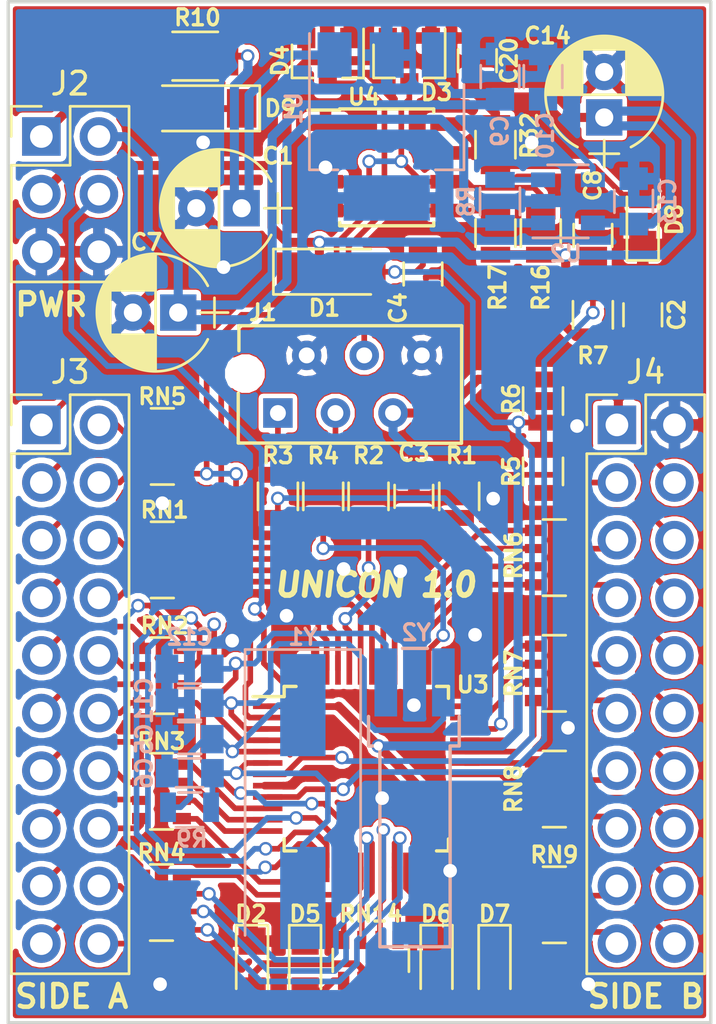
<source format=kicad_pcb>
(kicad_pcb (version 20171130) (host pcbnew "(5.0.0)")
  (layers (0 F.Cu signal) (31 B.Cu signal) (34 B.Paste user hide) (35 F.Paste user hide) (36 B.SilkS user hide) (37 F.SilkS user) (38 B.Mask user hide) (39 F.Mask user hide) (44 Edge.Cuts user))
  (net 0 "")
  (net 1 /12VDC)
  (net 2 /COM)
  (net 3 /BOOT0)
  (net 4 /~NRST)
  (net 5 /OSCIN)
  (net 6 /OSCOUT)
  (net 7 /5VDC)
  (net 8 /VDDA)
  (net 9 /OSC32_I)
  (net 10 /OSC32_O)
  (net 11 "Net-(J1-Pad1)")
  (net 12 "Net-(J1-Pad3)")
  (net 13 /SWDIO)
  (net 14 /SWCLK)
  (net 15 /3VDC)
  (net 16 "Net-(C10-Pad1)")
  (net 17 "Net-(D2-Pad2)")
  (net 18 /~NRSTP)
  (net 19 "Net-(R8-Pad1)")
  (net 20 "Net-(D5-Pad2)")
  (net 21 "Net-(D6-Pad2)")
  (net 22 "Net-(D7-Pad2)")
  (net 23 "Net-(C1-Pad1)")
  (net 24 "Net-(D8-Pad2)")
  (net 25 "Net-(D9-Pad1)")
  (net 26 /PB6)
  (net 27 /PB7)
  (net 28 /PB4)
  (net 29 /PB5)
  (net 30 /PB0)
  (net 31 /PB1)
  (net 32 /PC13)
  (net 33 /PB8)
  (net 34 /PB9)
  (net 35 /PA7)
  (net 36 /PA5)
  (net 37 /PA6)
  (net 38 /PA4)
  (net 39 /PA3)
  (net 40 /PA1)
  (net 41 /PA2)
  (net 42 /PA0)
  (net 43 /PB10)
  (net 44 /PB2)
  (net 45 /PB3)
  (net 46 /PA15)
  (net 47 /PF7)
  (net 48 /PA12)
  (net 49 /PF6)
  (net 50 /PA11)
  (net 51 /PA10)
  (net 52 /PA8)
  (net 53 /PA9)
  (net 54 /PB15)
  (net 55 /PB14)
  (net 56 /PB12)
  (net 57 /PB13)
  (net 58 /PB11)
  (net 59 /C13)
  (net 60 /B8)
  (net 61 /B9)
  (net 62 /B7)
  (net 63 /A7)
  (net 64 /A5)
  (net 65 /A6)
  (net 66 /A4)
  (net 67 /A3)
  (net 68 /A1)
  (net 69 /A2)
  (net 70 /A0)
  (net 71 /B10)
  (net 72 /B1)
  (net 73 /B2)
  (net 74 /B0)
  (net 75 /B6)
  (net 76 /B5)
  (net 77 /B3)
  (net 78 /B4)
  (net 79 /A15)
  (net 80 /F7)
  (net 81 /A12)
  (net 82 /F6)
  (net 83 /A11)
  (net 84 /A10)
  (net 85 /A8)
  (net 86 /A9)
  (net 87 /B15)
  (net 88 /B14)
  (net 89 /B12)
  (net 90 /B13)
  (net 91 /B11)
  (net 92 /BT0)
  (net 93 /J3.1)
  (net 94 /J3.2)
  (net 95 /J3.3)
  (net 96 /VBAT)
  (net 97 "Net-(RN5-Pad5)")
  (net 98 "Net-(RN5-Pad3)")
  (net 99 "Net-(RN5-Pad7)")
  (module Wire_Pads:SolderWirePad_single_0-8mmDrill (layer F.Cu) (at 107 104.3)
    (fp_text reference REF** hide)
    (fp_text value SolderWirePad_single_0-8mmDrill hide)
    (pad 1 thru_hole circle (at 0 0) (size 0.8 0.8) (drill 0.6) (layers *.Cu) (net 2 /COM))
  )
  (module Wire_Pads:SolderWirePad_single_0-8mmDrill (layer F.Cu) (at 99.8 119.1)
    (fp_text reference REF** hide)
    (fp_text value SolderWirePad_single_0-8mmDrill hide)
    (pad 1 thru_hole circle (at 0 0) (size 0.8 0.8) (drill 0.6) (layers *.Cu) (net 2 /COM))
  )
  (module Wire_Pads:SolderWirePad_single_0-8mmDrill (layer F.Cu) (at 102.88 125.16)
    (fp_text reference REF** hide)
    (fp_text value SolderWirePad_single_0-8mmDrill hide)
    (pad 1 thru_hole circle (at 0 0) (size 0.8 0.8) (drill 0.6) (layers *.Cu) (net 2 /COM))
  )
  (module Wire_Pads:SolderWirePad_single_0-8mmDrill (layer F.Cu) (at 107.8 122)
    (fp_text reference REF** hide)
    (fp_text value SolderWirePad_single_0-8mmDrill hide)
    (pad 1 thru_hole circle (at 0 0) (size 0.8 0.8) (drill 0.6) (layers *.Cu) (net 2 /COM))
  )
  (module Wire_Pads:SolderWirePad_single_0-8mmDrill (layer F.Cu) (at 114.4 118.9)
    (fp_text reference REF** hide)
    (fp_text value SolderWirePad_single_0-8mmDrill hide)
    (pad 1 thru_hole circle (at 0 0) (size 0.8 0.8) (drill 0.6) (layers *.Cu) (net 2 /COM))
  )
  (module Wire_Pads:SolderWirePad_single_0-8mmDrill (layer F.Cu) (at 117.7 129)
    (fp_text reference REF** hide)
    (fp_text value SolderWirePad_single_0-8mmDrill hide)
    (pad 1 thru_hole circle (at 0 0) (size 0.8 0.8) (drill 0.6) (layers *.Cu) (net 2 /COM))
  )
  (module Wire_Pads:SolderWirePad_single_0-8mmDrill (layer F.Cu) (at 118.1 115.7)
    (fp_text reference REF** hide)
    (fp_text value SolderWirePad_single_0-8mmDrill hide)
    (pad 1 thru_hole circle (at 0 0) (size 0.8 0.8) (drill 0.6) (layers *.Cu) (net 2 /COM))
  )
  (module Wire_Pads:SolderWirePad_single_0-8mmDrill (layer F.Cu) (at 113.6 124.9)
    (fp_text reference REF** hide)
    (fp_text value SolderWirePad_single_0-8mmDrill hide)
    (pad 1 thru_hole circle (at 0 0) (size 0.8 0.8) (drill 0.6) (layers *.Cu) (net 2 /COM))
  )
  (module Wire_Pads:SolderWirePad_single_0-8mmDrill (layer F.Cu) (at 105.28 124.06)
    (fp_text reference REF** hide)
    (fp_text value SolderWirePad_single_0-8mmDrill hide)
    (pad 1 thru_hole circle (at 0 0) (size 0.8 0.8) (drill 0.6) (layers *.Cu) (net 2 /COM))
  )
  (module Wire_Pads:SolderWirePad_single_0-8mmDrill (layer F.Cu) (at 116.1 103.2)
    (fp_text reference REF** hide)
    (fp_text value SolderWirePad_single_0-8mmDrill hide)
    (pad 1 thru_hole circle (at 0 0) (size 0.8 0.8) (drill 0.6) (layers *.Cu) (net 2 /COM))
  )
  (module Wire_Pads:SolderWirePad_single_0-8mmDrill (layer F.Cu) (at 101.6 103.2)
    (fp_text reference REF** hide)
    (fp_text value SolderWirePad_single_0-8mmDrill hide)
    (pad 1 thru_hole circle (at 0 0) (size 0.8 0.8) (drill 0.6) (layers *.Cu) (net 2 /COM))
  )
  (module Wire_Pads:SolderWirePad_single_0-8mmDrill (layer F.Cu) (at 102.5 108.7)
    (fp_text reference REF** hide)
    (fp_text value SolderWirePad_single_0-8mmDrill hide)
    (pad 1 thru_hole circle (at 0 0) (size 0.8 0.8) (drill 0.6) (layers *.Cu) (net 2 /COM))
  )
  (module Wire_Pads:SolderWirePad_single_0-8mmDrill (layer F.Cu) (at 118.6 140.3)
    (fp_text reference REF** hide)
    (fp_text value SolderWirePad_single_0-8mmDrill hide)
    (pad 1 thru_hole circle (at 0 0) (size 0.8 0.8) (drill 0.6) (layers *.Cu) (net 2 /COM))
  )
  (module Wire_Pads:SolderWirePad_single_0-8mmDrill (layer F.Cu) (at 99.7 140.3)
    (fp_text reference REF** hide)
    (fp_text value SolderWirePad_single_0-8mmDrill hide)
    (pad 1 thru_hole circle (at 0 0) (size 0.8 0.8) (drill 0.6) (layers *.Cu) (net 2 /COM))
  )
  (module Wire_Pads:SolderWirePad_single_0-8mmDrill (layer F.Cu) (at 112.5 135.3)
    (fp_text reference REF** hide)
    (fp_text value SolderWirePad_single_0-8mmDrill hide)
    (pad 1 thru_hole circle (at 0 0) (size 0.8 0.8) (drill 0.6) (layers *.Cu) (net 2 /COM))
  )
  (module Wire_Pads:SolderWirePad_single_0-8mmDrill (layer F.Cu) (at 109.5 132.1)
    (fp_text reference REF** hide)
    (fp_text value SolderWirePad_single_0-8mmDrill hide)
    (pad 1 thru_hole circle (at 0 0) (size 0.8 0.8) (drill 0.6) (layers *.Cu) (net 2 /COM))
  )
  (module Wire_Pads:SolderWirePad_single_0-8mmDrill (layer F.Cu) (at 110.9 128)
    (fp_text reference REF** hide)
    (fp_text value SolderWirePad_single_0-8mmDrill hide)
    (pad 1 thru_hole circle (at 0 0) (size 0.8 0.8) (drill 0.6) (layers *.Cu) (net 2 /COM))
  )
  (module Wire_Pads:SolderWirePad_single_0-8mmDrill (layer F.Cu) (at 110.3 122.1)
    (fp_text reference REF** hide)
    (fp_text value SolderWirePad_single_0-8mmDrill hide)
    (pad 1 thru_hole circle (at 0 0) (size 0.8 0.8) (drill 0.6) (layers *.Cu) (net 2 /COM))
  )
  (module capacitors:C_0805 (layer F.Cu) (at 121 110.8 90)
    (fp_text reference C2 (at 0 1.5 270) (layer F.SilkS) (effects (font (size 0.7 0.7))))
    (fp_text value 100nF)
    (pad 1 smd rect (at -1 0 90) (size 1 1.25) (layers F.Cu F.Paste F.Mask) (net 15 /3VDC))
    (pad 2 smd rect (at 1 0 90) (size 1 1.25) (layers F.Cu F.Paste F.Mask) (net 2 /COM))
  )
  (module capacitors:C_0805 (layer F.Cu) (at 110.9 118.8 90)
    (fp_text reference C3 (at 1.9 0 180) (layer F.SilkS) (effects (font (size 0.7 0.7))))
    (fp_text value 100nF)
    (pad 1 smd rect (at -1 0 90) (size 1 1.25) (layers F.Cu F.Paste F.Mask) (net 92 /BT0))
    (pad 2 smd rect (at 1 0 90) (size 1 1.25) (layers F.Cu F.Paste F.Mask) (net 2 /COM))
  )
  (module capacitors:C_0805 (layer F.Cu) (at 111.3 109 270)
    (fp_text reference C4 (at 1.5 1.1 270) (layer F.SilkS) (effects (font (size 0.7 0.7))))
    (fp_text value 100nF)
    (pad 1 smd rect (at -1 0 270) (size 1 1.25) (layers F.Cu F.Paste F.Mask) (net 4 /~NRST))
    (pad 2 smd rect (at 1 0 270) (size 1 1.25) (layers F.Cu F.Paste F.Mask) (net 2 /COM))
  )
  (module capacitors:C_0805 (layer B.Cu) (at 101 129.5 180)
    (fp_text reference C5 (at 2 0 270) (layer B.SilkS) (effects (font (size 0.7 0.7)) (justify mirror)))
    (fp_text value 15pF)
    (pad 1 smd rect (at -1 0 180) (size 1 1.25) (layers B.Cu B.Paste B.Mask) (net 5 /OSCIN))
    (pad 2 smd rect (at 1 0 180) (size 1 1.25) (layers B.Cu B.Paste B.Mask) (net 2 /COM))
  )
  (module capacitors:C_0805 (layer B.Cu) (at 101.009843 131 180)
    (fp_text reference C6 (at 2.009843 0 90) (layer B.SilkS) (effects (font (size 0.7 0.7)) (justify mirror)))
    (fp_text value 15pF)
    (pad 1 smd rect (at -1 0 180) (size 1 1.25) (layers B.Cu B.Paste B.Mask) (net 6 /OSCOUT))
    (pad 2 smd rect (at 1 0 180) (size 1 1.25) (layers B.Cu B.Paste B.Mask) (net 2 /COM))
  )
  (module capacitors:C_0805 (layer F.Cu) (at 113.7 99.6 90)
    (fp_text reference C20 (at 0 1.4 90) (layer F.SilkS) (effects (font (size 0.7 0.7))))
    (fp_text value 100nF)
    (pad 1 smd rect (at -1 0 90) (size 1 1.25) (layers F.Cu F.Paste F.Mask) (net 15 /3VDC))
    (pad 2 smd rect (at 1 0 90) (size 1 1.25) (layers F.Cu F.Paste F.Mask) (net 2 /COM))
  )
  (module capacitors:C_0805 (layer F.Cu) (at 118.8 107.3 90)
    (fp_text reference C8 (at 2.2 0 90) (layer F.SilkS) (effects (font (size 0.7 0.7))))
    (fp_text value 100nF)
    (pad 1 smd rect (at -1 0 90) (size 1 1.25) (layers F.Cu F.Paste F.Mask) (net 8 /VDDA))
    (pad 2 smd rect (at 1 0 90) (size 1 1.25) (layers F.Cu F.Paste F.Mask) (net 2 /COM))
  )
  (module capacitors:C_0805 (layer B.Cu) (at 114.7 100.3 90)
    (fp_text reference C9 (at -2.4 0 90) (layer B.SilkS) (effects (font (size 0.7 0.7)) (justify mirror)))
    (fp_text value 100nF)
    (pad 1 smd rect (at -1 0 90) (size 1 1.25) (layers B.Cu B.Paste B.Mask) (net 7 /5VDC))
    (pad 2 smd rect (at 1 0 90) (size 1 1.25) (layers B.Cu B.Paste B.Mask) (net 2 /COM))
  )
  (module capacitors:C_0805 (layer B.Cu) (at 116.6 100.3 90)
    (fp_text reference C10 (at -2.6 0.1 90) (layer B.SilkS) (effects (font (size 0.7 0.7)) (justify mirror)))
    (fp_text value 100nF)
    (pad 1 smd rect (at -1 0 90) (size 1 1.25) (layers B.Cu B.Paste B.Mask) (net 16 "Net-(C10-Pad1)"))
    (pad 2 smd rect (at 1 0 90) (size 1 1.25) (layers B.Cu B.Paste B.Mask) (net 2 /COM))
  )
  (module capacitors:C_0805 (layer B.Cu) (at 101 127.9 180)
    (fp_text reference C11 (at 2 0.1 90) (layer B.SilkS) (effects (font (size 0.7 0.7)) (justify mirror)))
    (fp_text value 15pF)
    (pad 1 smd rect (at -1 0 180) (size 1 1.25) (layers B.Cu B.Paste B.Mask) (net 9 /OSC32_I))
    (pad 2 smd rect (at 1 0 180) (size 1 1.25) (layers B.Cu B.Paste B.Mask) (net 2 /COM))
  )
  (module capacitors:C_0805 (layer B.Cu) (at 101 126.4 180)
    (fp_text reference C12 (at 0 1.4) (layer B.SilkS) (effects (font (size 0.7 0.7)) (justify mirror)))
    (fp_text value 15pF)
    (pad 1 smd rect (at -1 0 180) (size 1 1.25) (layers B.Cu B.Paste B.Mask) (net 10 /OSC32_O))
    (pad 2 smd rect (at 1 0 180) (size 1 1.25) (layers B.Cu B.Paste B.Mask) (net 2 /COM))
  )
  (module capacitors:C_0805 (layer B.Cu) (at 120.6 105.8 90)
    (fp_text reference C13 (at 0 1.5 90) (layer B.SilkS) (effects (font (size 0.7 0.7)) (justify mirror)))
    (fp_text value 100nF)
    (pad 1 smd rect (at -1 0 90) (size 1 1.25) (layers B.Cu B.Paste B.Mask) (net 15 /3VDC))
    (pad 2 smd rect (at 1 0 90) (size 1 1.25) (layers B.Cu B.Paste B.Mask) (net 2 /COM))
  )
  (module disc:D_MiniMELF (layer F.Cu) (at 107.25 108.9)
    (fp_text reference D1 (at -0.3 1.6) (layer F.SilkS) (effects (font (size 0.7 0.7))))
    (fp_text value BAS32)
    (pad 1 smd rect (at -1.75 0) (size 1.3 1.7) (layers F.Cu F.Paste F.Mask) (net 15 /3VDC))
    (pad 2 smd rect (at 1.75 0) (size 1.3 1.7) (layers F.Cu F.Paste F.Mask) (net 4 /~NRST))
  )
  (module disc:SOT-23 (layer F.Cu) (at 110.7 99.6 270)
    (fp_text reference D3 (at 1.4 -1.2) (layer F.SilkS) (effects (font (size 0.7 0.7))))
    (fp_text value BAT54S)
    (pad 1 smd rect (at -1 -0.95 270) (size 0.9 0.8) (layers F.Cu F.Paste F.Mask) (net 2 /COM))
    (pad 2 smd rect (at -1 0.95 270) (size 0.9 0.8) (layers F.Cu F.Paste F.Mask) (net 15 /3VDC))
    (pad 3 smd rect (at 1 0 270) (size 0.9 0.8) (layers F.Cu F.Paste F.Mask) (net 75 /B6))
  )
  (module disc:SOT-23 (layer F.Cu) (at 107.1 99.6 270)
    (fp_text reference D4 (at 0 2.1 270) (layer F.SilkS) (effects (font (size 0.7 0.7))))
    (fp_text value BAT54S)
    (pad 1 smd rect (at -1 -0.95 270) (size 0.9 0.8) (layers F.Cu F.Paste F.Mask) (net 2 /COM))
    (pad 2 smd rect (at -1 0.95 270) (size 0.9 0.8) (layers F.Cu F.Paste F.Mask) (net 15 /3VDC))
    (pad 3 smd rect (at 1 0 270) (size 0.9 0.8) (layers F.Cu F.Paste F.Mask) (net 62 /B7))
  )
  (module mech:ISP_SWD_Connector (layer F.Cu) (at 104.839003 115.149913)
    (fp_text reference J1 (at -0.6 -4.45) (layer F.SilkS) (effects (font (size 0.7 0.7))))
    (fp_text value PROG)
    (pad 2 thru_hole circle (at 1.33058 -2.56232) (size 1.3 1.3) (drill 0.7) (layers *.Cu *.Mask) (net 2 /COM))
    (pad "" np_thru_hole circle (at -1.37 -1.76) (size 1.3 1.3) (drill 1.3) (layers *.Cu))
    (pad 1 thru_hole rect (at 0.06058 -0.02232) (size 1.3 1.3) (drill 0.7) (layers *.Cu *.Mask) (net 11 "Net-(J1-Pad1)"))
    (pad 3 thru_hole circle (at 2.60058 -0.02232) (size 1.3 1.3) (drill 0.7) (layers *.Cu *.Mask) (net 12 "Net-(J1-Pad3)"))
    (pad 4 thru_hole circle (at 3.87058 -2.56232) (size 1.3 1.3) (drill 0.7) (layers *.Cu *.Mask) (net 4 /~NRST))
    (pad 5 thru_hole circle (at 5.14058 -0.02232) (size 1.3 1.3) (drill 0.7) (layers *.Cu *.Mask) (net 15 /3VDC))
    (pad 6 thru_hole circle (at 6.41058 -2.56232) (size 1.3 1.3) (drill 0.7) (layers *.Cu *.Mask) (net 2 /COM))
  )
  (module resistors:R_0805 (layer F.Cu) (at 116.5 107.2 270)
    (fp_text reference R16 (at 2.4 0 90) (layer F.SilkS) (effects (font (size 0.7 0.7))))
    (fp_text value 4.7k)
    (pad 1 smd rect (at -0.95 0 270) (size 0.7 1.3) (layers F.Cu F.Paste F.Mask) (net 75 /B6))
    (pad 2 smd rect (at 0.95 0 270) (size 0.7 1.3) (layers F.Cu F.Paste F.Mask) (net 15 /3VDC))
  )
  (module resistors:R_0805 (layer F.Cu) (at 114.5 107.2 270)
    (fp_text reference R17 (at 2.4 -0.1 270) (layer F.SilkS) (effects (font (size 0.7 0.7))))
    (fp_text value 4.7k)
    (pad 1 smd rect (at -0.95 0 270) (size 0.7 1.3) (layers F.Cu F.Paste F.Mask) (net 62 /B7))
    (pad 2 smd rect (at 0.95 0 270) (size 0.7 1.3) (layers F.Cu F.Paste F.Mask) (net 15 /3VDC))
  )
  (module resistors:R_0805 (layer F.Cu) (at 112.9 118.8 90)
    (fp_text reference R1 (at 1.8 0.1 180) (layer F.SilkS) (effects (font (size 0.7 0.7))))
    (fp_text value 120R)
    (pad 1 smd rect (at -0.95 0 90) (size 0.7 1.3) (layers F.Cu F.Paste F.Mask) (net 92 /BT0))
    (pad 2 smd rect (at 0.95 0 90) (size 0.7 1.3) (layers F.Cu F.Paste F.Mask) (net 3 /BOOT0))
  )
  (module resistors:R_0805 (layer F.Cu) (at 108.9 118.8 270)
    (fp_text reference R2 (at -1.8 0) (layer F.SilkS) (effects (font (size 0.7 0.7))))
    (fp_text value 10k)
    (pad 1 smd rect (at -0.95 0 270) (size 0.7 1.3) (layers F.Cu F.Paste F.Mask) (net 2 /COM))
    (pad 2 smd rect (at 0.95 0 270) (size 0.7 1.3) (layers F.Cu F.Paste F.Mask) (net 92 /BT0))
  )
  (module resistors:R_0805 (layer F.Cu) (at 104.9 118.8 270)
    (fp_text reference R3 (at -1.8 0) (layer F.SilkS) (effects (font (size 0.7 0.7))))
    (fp_text value 47R)
    (pad 1 smd rect (at -0.95 0 270) (size 0.7 1.3) (layers F.Cu F.Paste F.Mask) (net 11 "Net-(J1-Pad1)"))
    (pad 2 smd rect (at 0.95 0 270) (size 0.7 1.3) (layers F.Cu F.Paste F.Mask) (net 13 /SWDIO))
  )
  (module resistors:R_0805 (layer F.Cu) (at 106.9 118.8 270)
    (fp_text reference R4 (at -1.787593 0) (layer F.SilkS) (effects (font (size 0.7 0.7))))
    (fp_text value 47R)
    (pad 1 smd rect (at -0.95 0 270) (size 0.7 1.3) (layers F.Cu F.Paste F.Mask) (net 12 "Net-(J1-Pad3)"))
    (pad 2 smd rect (at 0.95 0 270) (size 0.7 1.3) (layers F.Cu F.Paste F.Mask) (net 14 /SWCLK))
  )
  (module resistors:R_0805 (layer F.Cu) (at 116.6 117.7 270)
    (fp_text reference R5 (at 0 1.4 90) (layer F.SilkS) (effects (font (size 0.7 0.7))))
    (fp_text value 47R)
    (pad 1 smd rect (at -0.95 0 270) (size 0.7 1.3) (layers F.Cu F.Paste F.Mask) (net 4 /~NRST))
    (pad 2 smd rect (at 0.95 0 270) (size 0.7 1.3) (layers F.Cu F.Paste F.Mask) (net 18 /~NRSTP))
  )
  (module resistors:R_0805 (layer F.Cu) (at 116.6 114.6 90)
    (fp_text reference R6 (at 0.1 -1.4 90) (layer F.SilkS) (effects (font (size 0.7 0.7))))
    (fp_text value 15k)
    (pad 1 smd rect (at -0.95 0 90) (size 0.7 1.3) (layers F.Cu F.Paste F.Mask) (net 4 /~NRST))
    (pad 2 smd rect (at 0.95 0 90) (size 0.7 1.3) (layers F.Cu F.Paste F.Mask) (net 15 /3VDC))
  )
  (module resistors:R_0805 (layer F.Cu) (at 118.8 110.8 90)
    (fp_text reference R7 (at -1.8 0 180) (layer F.SilkS) (effects (font (size 0.7 0.7))))
    (fp_text value 120R)
    (pad 1 smd rect (at -0.95 0 90) (size 0.7 1.3) (layers F.Cu F.Paste F.Mask) (net 15 /3VDC))
    (pad 2 smd rect (at 0.95 0 90) (size 0.7 1.3) (layers F.Cu F.Paste F.Mask) (net 8 /VDDA))
  )
  (module resistors:R_0805 (layer B.Cu) (at 114.7 105.8 270)
    (fp_text reference R8 (at 0 1.5 270) (layer B.SilkS) (effects (font (size 0.7 0.7)) (justify mirror)))
    (fp_text value 15k)
    (pad 1 smd rect (at -0.95 0 270) (size 0.7 1.3) (layers B.Cu B.Paste B.Mask) (net 19 "Net-(R8-Pad1)"))
    (pad 2 smd rect (at 0.95 0 270) (size 0.7 1.3) (layers B.Cu B.Paste B.Mask) (net 7 /5VDC))
  )
  (module resistors:R_0805 (layer B.Cu) (at 101 132.5)
    (fp_text reference R9 (at 0.1 1.4) (layer B.SilkS) (effects (font (size 0.7 0.7)) (justify mirror)))
    (fp_text value 1M2)
    (pad 1 smd rect (at -0.95 0) (size 0.7 1.3) (layers B.Cu B.Paste B.Mask) (net 5 /OSCIN))
    (pad 2 smd rect (at 0.95 0) (size 0.7 1.3) (layers B.Cu B.Paste B.Mask) (net 6 /OSCOUT))
  )
  (module resistors:RN1206 (layer F.Cu) (at 99.8 121.6 180)
    (fp_text reference RN1 (at -0.1 2.2 180) (layer F.SilkS) (effects (font (size 0.7 0.7))))
    (fp_text value RN_100R_5%)
    (pad 1 smd rect (at -0.9 -1.2 180) (size 0.8 0.5) (layers F.Cu F.Paste F.Mask) (net 59 /C13))
    (pad 5 smd rect (at -0.9 0.4 180) (size 0.8 0.4) (layers F.Cu F.Paste F.Mask) (net 60 /B8))
    (pad 3 smd rect (at -0.9 -0.4 180) (size 0.8 0.4) (layers F.Cu F.Paste F.Mask) (net 61 /B9))
    (pad 7 smd rect (at -0.9 1.2 180) (size 0.8 0.5) (layers F.Cu F.Paste F.Mask) (net 62 /B7))
    (pad 4 smd rect (at 0.9 -0.4 180) (size 0.8 0.4) (layers F.Cu F.Paste F.Mask) (net 34 /PB9))
    (pad 2 smd rect (at 0.9 -1.2 180) (size 0.8 0.5) (layers F.Cu F.Paste F.Mask) (net 32 /PC13))
    (pad 6 smd rect (at 0.9 0.4 180) (size 0.8 0.4) (layers F.Cu F.Paste F.Mask) (net 33 /PB8))
    (pad 8 smd rect (at 0.9 1.2 180) (size 0.8 0.5) (layers F.Cu F.Paste F.Mask) (net 27 /PB7))
  )
  (module resistors:RN1206 (layer F.Cu) (at 99.8 126.7 180)
    (fp_text reference RN2 (at -0.1 2.2 180) (layer F.SilkS) (effects (font (size 0.7 0.7))))
    (fp_text value RN_100R_5%)
    (pad 1 smd rect (at -0.9 -1.2 180) (size 0.8 0.5) (layers F.Cu F.Paste F.Mask) (net 63 /A7))
    (pad 5 smd rect (at -0.9 0.4 180) (size 0.8 0.4) (layers F.Cu F.Paste F.Mask) (net 64 /A5))
    (pad 3 smd rect (at -0.9 -0.4 180) (size 0.8 0.4) (layers F.Cu F.Paste F.Mask) (net 65 /A6))
    (pad 7 smd rect (at -0.9 1.2 180) (size 0.8 0.5) (layers F.Cu F.Paste F.Mask) (net 66 /A4))
    (pad 4 smd rect (at 0.9 -0.4 180) (size 0.8 0.4) (layers F.Cu F.Paste F.Mask) (net 37 /PA6))
    (pad 2 smd rect (at 0.9 -1.2 180) (size 0.8 0.5) (layers F.Cu F.Paste F.Mask) (net 35 /PA7))
    (pad 6 smd rect (at 0.9 0.4 180) (size 0.8 0.4) (layers F.Cu F.Paste F.Mask) (net 36 /PA5))
    (pad 8 smd rect (at 0.9 1.2 180) (size 0.8 0.5) (layers F.Cu F.Paste F.Mask) (net 38 /PA4))
  )
  (module resistors:RN1206 (layer F.Cu) (at 99.76 131.8 180)
    (fp_text reference RN3 (at 0 2.2 180) (layer F.SilkS) (effects (font (size 0.7 0.7))))
    (fp_text value RN_100R_5%)
    (pad 1 smd rect (at -0.9 -1.2 180) (size 0.8 0.5) (layers F.Cu F.Paste F.Mask) (net 67 /A3))
    (pad 5 smd rect (at -0.9 0.4 180) (size 0.8 0.4) (layers F.Cu F.Paste F.Mask) (net 68 /A1))
    (pad 3 smd rect (at -0.9 -0.4 180) (size 0.8 0.4) (layers F.Cu F.Paste F.Mask) (net 69 /A2))
    (pad 7 smd rect (at -0.9 1.2 180) (size 0.8 0.5) (layers F.Cu F.Paste F.Mask) (net 70 /A0))
    (pad 4 smd rect (at 0.9 -0.4 180) (size 0.8 0.4) (layers F.Cu F.Paste F.Mask) (net 41 /PA2))
    (pad 2 smd rect (at 0.9 -1.2 180) (size 0.8 0.5) (layers F.Cu F.Paste F.Mask) (net 39 /PA3))
    (pad 6 smd rect (at 0.9 0.4 180) (size 0.8 0.4) (layers F.Cu F.Paste F.Mask) (net 40 /PA1))
    (pad 8 smd rect (at 0.9 1.2 180) (size 0.8 0.5) (layers F.Cu F.Paste F.Mask) (net 42 /PA0))
  )
  (module resistors:RN1206 (layer F.Cu) (at 99.76 136.7 180)
    (fp_text reference RN4 (at 0 2.2 180) (layer F.SilkS) (effects (font (size 0.7 0.7))))
    (fp_text value RN_100R_5%)
    (pad 1 smd rect (at -0.9 -1.2 180) (size 0.8 0.5) (layers F.Cu F.Paste F.Mask) (net 71 /B10))
    (pad 5 smd rect (at -0.9 0.4 180) (size 0.8 0.4) (layers F.Cu F.Paste F.Mask) (net 72 /B1))
    (pad 3 smd rect (at -0.9 -0.4 180) (size 0.8 0.4) (layers F.Cu F.Paste F.Mask) (net 73 /B2))
    (pad 7 smd rect (at -0.9 1.2 180) (size 0.8 0.5) (layers F.Cu F.Paste F.Mask) (net 74 /B0))
    (pad 4 smd rect (at 0.9 -0.4 180) (size 0.8 0.4) (layers F.Cu F.Paste F.Mask) (net 44 /PB2))
    (pad 2 smd rect (at 0.9 -1.2 180) (size 0.8 0.5) (layers F.Cu F.Paste F.Mask) (net 43 /PB10))
    (pad 6 smd rect (at 0.9 0.4 180) (size 0.8 0.4) (layers F.Cu F.Paste F.Mask) (net 31 /PB1))
    (pad 8 smd rect (at 0.9 1.2 180) (size 0.8 0.5) (layers F.Cu F.Paste F.Mask) (net 30 /PB0))
  )
  (module resistors:RN1206 (layer F.Cu) (at 117.1 136.8)
    (fp_text reference RN9 (at 0 -2.2) (layer F.SilkS) (effects (font (size 0.7 0.7))))
    (fp_text value RN_100R_5%)
    (pad 1 smd rect (at -0.9 -1.2) (size 0.8 0.5) (layers F.Cu F.Paste F.Mask) (net 88 /B14))
    (pad 5 smd rect (at -0.9 0.4) (size 0.8 0.4) (layers F.Cu F.Paste F.Mask) (net 89 /B12))
    (pad 3 smd rect (at -0.9 -0.4) (size 0.8 0.4) (layers F.Cu F.Paste F.Mask) (net 90 /B13))
    (pad 7 smd rect (at -0.9 1.2) (size 0.8 0.5) (layers F.Cu F.Paste F.Mask) (net 91 /B11))
    (pad 4 smd rect (at 0.9 -0.4) (size 0.8 0.4) (layers F.Cu F.Paste F.Mask) (net 57 /PB13))
    (pad 2 smd rect (at 0.9 -1.2) (size 0.8 0.5) (layers F.Cu F.Paste F.Mask) (net 55 /PB14))
    (pad 6 smd rect (at 0.9 0.4) (size 0.8 0.4) (layers F.Cu F.Paste F.Mask) (net 56 /PB12))
    (pad 8 smd rect (at 0.9 1.2) (size 0.8 0.5) (layers F.Cu F.Paste F.Mask) (net 58 /PB11))
  )
  (module resistors:RN1206 (layer F.Cu) (at 117.1 131.7)
    (fp_text reference RN8 (at -1.8 0 90) (layer F.SilkS) (effects (font (size 0.7 0.7))))
    (fp_text value RN_100R_5%)
    (pad 1 smd rect (at -0.9 -1.2) (size 0.8 0.5) (layers F.Cu F.Paste F.Mask) (net 84 /A10))
    (pad 5 smd rect (at -0.9 0.4) (size 0.8 0.4) (layers F.Cu F.Paste F.Mask) (net 85 /A8))
    (pad 3 smd rect (at -0.9 -0.4) (size 0.8 0.4) (layers F.Cu F.Paste F.Mask) (net 86 /A9))
    (pad 7 smd rect (at -0.9 1.2) (size 0.8 0.5) (layers F.Cu F.Paste F.Mask) (net 87 /B15))
    (pad 4 smd rect (at 0.9 -0.4) (size 0.8 0.4) (layers F.Cu F.Paste F.Mask) (net 53 /PA9))
    (pad 2 smd rect (at 0.9 -1.2) (size 0.8 0.5) (layers F.Cu F.Paste F.Mask) (net 51 /PA10))
    (pad 6 smd rect (at 0.9 0.4) (size 0.8 0.4) (layers F.Cu F.Paste F.Mask) (net 52 /PA8))
    (pad 8 smd rect (at 0.9 1.2) (size 0.8 0.5) (layers F.Cu F.Paste F.Mask) (net 54 /PB15))
  )
  (module ics:SOIC-8_3.9x4.9mm_Pitch1.27mm (layer F.Cu) (at 109.7 104.3)
    (fp_text reference U4 (at -1 -3.1) (layer F.SilkS) (effects (font (size 0.7 0.7))))
    (fp_text value AT24C16)
    (pad 1 smd rect (at -2.7 -1.905) (size 1.55 0.6) (layers F.Cu F.Paste F.Mask) (net 2 /COM))
    (pad 2 smd rect (at -2.7 -0.635) (size 1.55 0.6) (layers F.Cu F.Paste F.Mask) (net 2 /COM))
    (pad 3 smd rect (at -2.7 0.635) (size 1.55 0.6) (layers F.Cu F.Paste F.Mask) (net 2 /COM))
    (pad 4 smd rect (at -2.7 1.905) (size 1.55 0.6) (layers F.Cu F.Paste F.Mask) (net 2 /COM))
    (pad 5 smd rect (at 2.7 1.905) (size 1.55 0.6) (layers F.Cu F.Paste F.Mask) (net 62 /B7))
    (pad 6 smd rect (at 2.7 0.635) (size 1.55 0.6) (layers F.Cu F.Paste F.Mask) (net 75 /B6))
    (pad 7 smd rect (at 2.7 -0.635) (size 1.55 0.6) (layers F.Cu F.Paste F.Mask) (net 2 /COM))
    (pad 8 smd rect (at 2.7 -1.905) (size 1.55 0.6) (layers F.Cu F.Paste F.Mask) (net 15 /3VDC))
  )
  (module TO_SOT_Packages_SMD:SOT-23-5 (layer B.Cu) (at 117.7 105.8)
    (fp_text reference U2 (at -0.1 2.3) (layer B.SilkS) (effects (font (size 0.7 0.7)) (justify mirror)))
    (fp_text value SIP21106-3.3)
    (pad 1 smd rect (at -1.1 0.95) (size 1.06 0.65) (layers B.Cu B.Paste B.Mask) (net 7 /5VDC))
    (pad 2 smd rect (at -1.1 0) (size 1.06 0.65) (layers B.Cu B.Paste B.Mask) (net 2 /COM))
    (pad 3 smd rect (at -1.1 -0.95) (size 1.06 0.65) (layers B.Cu B.Paste B.Mask) (net 19 "Net-(R8-Pad1)"))
    (pad 4 smd rect (at 1.1 -0.95) (size 1.06 0.65) (layers B.Cu B.Paste B.Mask) (net 16 "Net-(C10-Pad1)"))
    (pad 5 smd rect (at 1.1 0.95) (size 1.06 0.65) (layers B.Cu B.Paste B.Mask) (net 15 /3VDC))
  )
  (module Housings_QFP:LQFP-48_7x7mm_Pitch0.5mm (layer F.Cu) (at 108.8 130.8)
    (fp_text reference U3 (at 4.7 -3.7) (layer F.SilkS) (effects (font (size 0.7 0.7))))
    (fp_text value STM32F051C8Tx)
    (pad 1 smd rect (at -4.35 -2.75) (size 1.3 0.25) (layers F.Cu F.Paste F.Mask) (net 96 /VBAT))
    (pad 2 smd rect (at -4.35 -2.25) (size 1.3 0.25) (layers F.Cu F.Paste F.Mask) (net 59 /C13))
    (pad 3 smd rect (at -4.35 -1.75) (size 1.3 0.25) (layers F.Cu F.Paste F.Mask) (net 9 /OSC32_I))
    (pad 4 smd rect (at -4.35 -1.25) (size 1.3 0.25) (layers F.Cu F.Paste F.Mask) (net 10 /OSC32_O))
    (pad 5 smd rect (at -4.35 -0.75) (size 1.3 0.25) (layers F.Cu F.Paste F.Mask) (net 5 /OSCIN))
    (pad 6 smd rect (at -4.35 -0.25) (size 1.3 0.25) (layers F.Cu F.Paste F.Mask) (net 6 /OSCOUT))
    (pad 7 smd rect (at -4.35 0.25) (size 1.3 0.25) (layers F.Cu F.Paste F.Mask) (net 4 /~NRST))
    (pad 8 smd rect (at -4.35 0.75) (size 1.3 0.25) (layers F.Cu F.Paste F.Mask) (net 2 /COM))
    (pad 9 smd rect (at -4.35 1.25) (size 1.3 0.25) (layers F.Cu F.Paste F.Mask) (net 8 /VDDA))
    (pad 10 smd rect (at -4.35 1.75) (size 1.3 0.25) (layers F.Cu F.Paste F.Mask) (net 70 /A0))
    (pad 11 smd rect (at -4.35 2.25) (size 1.3 0.25) (layers F.Cu F.Paste F.Mask) (net 68 /A1))
    (pad 12 smd rect (at -4.35 2.75) (size 1.3 0.25) (layers F.Cu F.Paste F.Mask) (net 69 /A2))
    (pad 13 smd rect (at -2.75 4.35 90) (size 1.3 0.25) (layers F.Cu F.Paste F.Mask) (net 67 /A3))
    (pad 14 smd rect (at -2.25 4.35 90) (size 1.3 0.25) (layers F.Cu F.Paste F.Mask) (net 66 /A4))
    (pad 15 smd rect (at -1.75 4.35 90) (size 1.3 0.25) (layers F.Cu F.Paste F.Mask) (net 64 /A5))
    (pad 16 smd rect (at -1.25 4.35 90) (size 1.3 0.25) (layers F.Cu F.Paste F.Mask) (net 65 /A6))
    (pad 17 smd rect (at -0.75 4.35 90) (size 1.3 0.25) (layers F.Cu F.Paste F.Mask) (net 63 /A7))
    (pad 18 smd rect (at -0.25 4.35 90) (size 1.3 0.25) (layers F.Cu F.Paste F.Mask) (net 74 /B0))
    (pad 19 smd rect (at 0.25 4.35 90) (size 1.3 0.25) (layers F.Cu F.Paste F.Mask) (net 72 /B1))
    (pad 20 smd rect (at 0.75 4.35 90) (size 1.3 0.25) (layers F.Cu F.Paste F.Mask) (net 73 /B2))
    (pad 21 smd rect (at 1.25 4.35 90) (size 1.3 0.25) (layers F.Cu F.Paste F.Mask) (net 71 /B10))
    (pad 22 smd rect (at 1.75 4.35 90) (size 1.3 0.25) (layers F.Cu F.Paste F.Mask) (net 91 /B11))
    (pad 23 smd rect (at 2.25 4.35 90) (size 1.3 0.25) (layers F.Cu F.Paste F.Mask) (net 2 /COM))
    (pad 24 smd rect (at 2.75 4.35 90) (size 1.3 0.25) (layers F.Cu F.Paste F.Mask) (net 15 /3VDC))
    (pad 25 smd rect (at 4.35 2.75) (size 1.3 0.25) (layers F.Cu F.Paste F.Mask) (net 89 /B12))
    (pad 26 smd rect (at 4.35 2.25) (size 1.3 0.25) (layers F.Cu F.Paste F.Mask) (net 90 /B13))
    (pad 27 smd rect (at 4.35 1.75) (size 1.3 0.25) (layers F.Cu F.Paste F.Mask) (net 88 /B14))
    (pad 28 smd rect (at 4.35 1.25) (size 1.3 0.25) (layers F.Cu F.Paste F.Mask) (net 87 /B15))
    (pad 29 smd rect (at 4.35 0.75) (size 1.3 0.25) (layers F.Cu F.Paste F.Mask) (net 85 /A8))
    (pad 30 smd rect (at 4.35 0.25) (size 1.3 0.25) (layers F.Cu F.Paste F.Mask) (net 86 /A9))
    (pad 31 smd rect (at 4.35 -0.25) (size 1.3 0.25) (layers F.Cu F.Paste F.Mask) (net 84 /A10))
    (pad 32 smd rect (at 4.35 -0.75) (size 1.3 0.25) (layers F.Cu F.Paste F.Mask) (net 83 /A11))
    (pad 33 smd rect (at 4.35 -1.25) (size 1.3 0.25) (layers F.Cu F.Paste F.Mask) (net 81 /A12))
    (pad 34 smd rect (at 4.35 -1.75) (size 1.3 0.25) (layers F.Cu F.Paste F.Mask) (net 13 /SWDIO))
    (pad 35 smd rect (at 4.35 -2.25) (size 1.3 0.25) (layers F.Cu F.Paste F.Mask) (net 82 /F6))
    (pad 36 smd rect (at 4.35 -2.75) (size 1.3 0.25) (layers F.Cu F.Paste F.Mask) (net 80 /F7))
    (pad 37 smd rect (at 2.75 -4.35 90) (size 1.3 0.25) (layers F.Cu F.Paste F.Mask) (net 14 /SWCLK))
    (pad 38 smd rect (at 2.25 -4.35 90) (size 1.3 0.25) (layers F.Cu F.Paste F.Mask) (net 79 /A15))
    (pad 39 smd rect (at 1.75 -4.35 90) (size 1.3 0.25) (layers F.Cu F.Paste F.Mask) (net 77 /B3))
    (pad 40 smd rect (at 1.25 -4.35 90) (size 1.3 0.25) (layers F.Cu F.Paste F.Mask) (net 78 /B4))
    (pad 41 smd rect (at 0.75 -4.35 90) (size 1.3 0.25) (layers F.Cu F.Paste F.Mask) (net 76 /B5))
    (pad 42 smd rect (at 0.25 -4.35 90) (size 1.3 0.25) (layers F.Cu F.Paste F.Mask) (net 75 /B6))
    (pad 43 smd rect (at -0.25 -4.35 90) (size 1.3 0.25) (layers F.Cu F.Paste F.Mask) (net 62 /B7))
    (pad 44 smd rect (at -0.75 -4.35 90) (size 1.3 0.25) (layers F.Cu F.Paste F.Mask) (net 92 /BT0))
    (pad 45 smd rect (at -1.25 -4.35 90) (size 1.3 0.25) (layers F.Cu F.Paste F.Mask) (net 60 /B8))
    (pad 46 smd rect (at -1.75 -4.35 90) (size 1.3 0.25) (layers F.Cu F.Paste F.Mask) (net 61 /B9))
    (pad 47 smd rect (at -2.25 -4.35 90) (size 1.3 0.25) (layers F.Cu F.Paste F.Mask) (net 2 /COM))
    (pad 48 smd rect (at -2.75 -4.35 90) (size 1.3 0.25) (layers F.Cu F.Paste F.Mask) (net 15 /3VDC))
  )
  (module disc:Crystal_SMD_HC49-SD (layer B.Cu) (at 106 132.25 270)
    (fp_text reference Y1 (at -7.25 0) (layer B.SilkS) (effects (font (size 0.7 0.7)) (justify mirror)))
    (fp_text value 8MHz)
    (pad 1 smd rect (at -4.25 0 270) (size 4.5 2) (layers B.Cu B.Paste B.Mask) (net 5 /OSCIN))
    (pad 2 smd rect (at 4.25 0 270) (size 4.5 2) (layers B.Cu B.Paste B.Mask) (net 6 /OSCOUT))
  )
  (module disc:Crystal_32768_horizontzl (layer B.Cu) (at 112.2 127 180)
    (fp_text reference Y2 (at 1.2 2.2 180) (layer B.SilkS) (effects (font (size 0.7 0.7)) (justify mirror)))
    (fp_text value "32768 Hz")
    (pad 3 smd rect (at 1.25 -11.05 180) (size 2 1) (layers B.Cu B.Paste B.Mask))
    (pad 2 smd rect (at 2.54 0 180) (size 1 3) (layers B.Cu B.Paste B.Mask) (net 10 /OSC32_O))
    (pad 1 smd rect (at 0 0 180) (size 1 3) (layers B.Cu B.Paste B.Mask) (net 9 /OSC32_I))
  )
  (module disc:LM340_SOT-223 (layer B.Cu) (at 109.7 102.5 270)
    (fp_text reference U1 (at -0.8 4.1 270) (layer B.SilkS) (effects (font (size 0.7 0.7)) (justify mirror)))
    (fp_text value LM340MP-5.0)
    (pad 2 smd rect (at 3.15 0 270) (size 2 3.8) (layers B.Cu B.Paste B.Mask) (net 2 /COM))
    (pad 2 smd rect (at -3.15 0 270) (size 2 1.5) (layers B.Cu B.Paste B.Mask) (net 2 /COM))
    (pad 3 smd rect (at -3.15 -2.3 270) (size 2 1.5) (layers B.Cu B.Paste B.Mask) (net 7 /5VDC))
    (pad 1 smd rect (at -3.15 2.3 270) (size 2 1.5) (layers B.Cu B.Paste B.Mask) (net 23 "Net-(C1-Pad1)"))
  )
  (module resistors:RN1206 (layer F.Cu) (at 99.8 116.6 180)
    (fp_text reference RN5 (at 0 2.2 180) (layer F.SilkS) (effects (font (size 0.7 0.7))))
    (fp_text value RN_100R_5%)
    (pad 1 smd rect (at -0.9 -1.2 180) (size 0.8 0.5) (layers F.Cu F.Paste F.Mask) (net 75 /B6))
    (pad 5 smd rect (at -0.9 0.4 180) (size 0.8 0.4) (layers F.Cu F.Paste F.Mask) (net 97 "Net-(RN5-Pad5)"))
    (pad 3 smd rect (at -0.9 -0.4 180) (size 0.8 0.4) (layers F.Cu F.Paste F.Mask) (net 98 "Net-(RN5-Pad3)"))
    (pad 7 smd rect (at -0.9 1.2 180) (size 0.8 0.5) (layers F.Cu F.Paste F.Mask) (net 99 "Net-(RN5-Pad7)"))
    (pad 4 smd rect (at 0.9 -0.4 180) (size 0.8 0.4) (layers F.Cu F.Paste F.Mask) (net 95 /J3.3))
    (pad 2 smd rect (at 0.9 -1.2 180) (size 0.8 0.5) (layers F.Cu F.Paste F.Mask) (net 26 /PB6))
    (pad 6 smd rect (at 0.9 0.4 180) (size 0.8 0.4) (layers F.Cu F.Paste F.Mask) (net 94 /J3.2))
    (pad 8 smd rect (at 0.9 1.2 180) (size 0.8 0.5) (layers F.Cu F.Paste F.Mask) (net 93 /J3.1))
  )
  (module resistors:RN1206 (layer F.Cu) (at 117.1 121.5)
    (fp_text reference RN6 (at -1.8 -0.1 90) (layer F.SilkS) (effects (font (size 0.7 0.7))))
    (fp_text value RN_100R_5%)
    (pad 1 smd rect (at -0.9 -1.2) (size 0.8 0.5) (layers F.Cu F.Paste F.Mask) (net 76 /B5))
    (pad 5 smd rect (at -0.9 0.4) (size 0.8 0.4) (layers F.Cu F.Paste F.Mask) (net 77 /B3))
    (pad 3 smd rect (at -0.9 -0.4) (size 0.8 0.4) (layers F.Cu F.Paste F.Mask) (net 78 /B4))
    (pad 7 smd rect (at -0.9 1.2) (size 0.8 0.5) (layers F.Cu F.Paste F.Mask) (net 79 /A15))
    (pad 4 smd rect (at 0.9 -0.4) (size 0.8 0.4) (layers F.Cu F.Paste F.Mask) (net 28 /PB4))
    (pad 2 smd rect (at 0.9 -1.2) (size 0.8 0.5) (layers F.Cu F.Paste F.Mask) (net 29 /PB5))
    (pad 6 smd rect (at 0.9 0.4) (size 0.8 0.4) (layers F.Cu F.Paste F.Mask) (net 45 /PB3))
    (pad 8 smd rect (at 0.9 1.2) (size 0.8 0.5) (layers F.Cu F.Paste F.Mask) (net 46 /PA15))
  )
  (module resistors:RN1206 (layer F.Cu) (at 117.1 126.6)
    (fp_text reference RN7 (at -1.8 0 90) (layer F.SilkS) (effects (font (size 0.7 0.7))))
    (fp_text value RN_100R_5%)
    (pad 1 smd rect (at -0.9 -1.2) (size 0.8 0.5) (layers F.Cu F.Paste F.Mask) (net 80 /F7))
    (pad 5 smd rect (at -0.9 0.4) (size 0.8 0.4) (layers F.Cu F.Paste F.Mask) (net 81 /A12))
    (pad 3 smd rect (at -0.9 -0.4) (size 0.8 0.4) (layers F.Cu F.Paste F.Mask) (net 82 /F6))
    (pad 7 smd rect (at -0.9 1.2) (size 0.8 0.5) (layers F.Cu F.Paste F.Mask) (net 83 /A11))
    (pad 4 smd rect (at 0.9 -0.4) (size 0.8 0.4) (layers F.Cu F.Paste F.Mask) (net 49 /PF6))
    (pad 2 smd rect (at 0.9 -1.2) (size 0.8 0.5) (layers F.Cu F.Paste F.Mask) (net 47 /PF7))
    (pad 6 smd rect (at 0.9 0.4) (size 0.8 0.4) (layers F.Cu F.Paste F.Mask) (net 48 /PA12))
    (pad 8 smd rect (at 0.9 1.2) (size 0.8 0.5) (layers F.Cu F.Paste F.Mask) (net 50 /PA11))
  )
  (module disc:LED_0805 (layer F.Cu) (at 103.76 139.5 270)
    (fp_text reference D2 (at -2.3 0.05) (layer F.SilkS) (effects (font (size 0.7 0.7))))
    (fp_text value LED2)
    (pad 2 smd rect (at 1.1 0 90) (size 1.2 1.2) (layers F.Cu F.Paste F.Mask) (net 17 "Net-(D2-Pad2)"))
    (pad 1 smd rect (at -1.1 0 90) (size 1.2 1.2) (layers F.Cu F.Paste F.Mask) (net 2 /COM))
  )
  (module disc:LED_0805 (layer F.Cu) (at 106.1 139.5 270)
    (fp_text reference D5 (at -2.3 0) (layer F.SilkS) (effects (font (size 0.7 0.7))))
    (fp_text value LED5)
    (pad 2 smd rect (at 1.1 0 90) (size 1.2 1.2) (layers F.Cu F.Paste F.Mask) (net 20 "Net-(D5-Pad2)"))
    (pad 1 smd rect (at -1.1 0 90) (size 1.2 1.2) (layers F.Cu F.Paste F.Mask) (net 2 /COM))
  )
  (module disc:LED_0805 (layer F.Cu) (at 111.9 139.5 270)
    (fp_text reference D6 (at -2.3 0) (layer F.SilkS) (effects (font (size 0.7 0.7))))
    (fp_text value LED6)
    (pad 2 smd rect (at 1.1 0 90) (size 1.2 1.2) (layers F.Cu F.Paste F.Mask) (net 21 "Net-(D6-Pad2)"))
    (pad 1 smd rect (at -1.1 0 90) (size 1.2 1.2) (layers F.Cu F.Paste F.Mask) (net 2 /COM))
  )
  (module disc:LED_0805 (layer F.Cu) (at 114.46 139.5 270)
    (fp_text reference D7 (at -2.3 0) (layer F.SilkS) (effects (font (size 0.7 0.7))))
    (fp_text value LED7)
    (pad 2 smd rect (at 1.1 0 90) (size 1.2 1.2) (layers F.Cu F.Paste F.Mask) (net 22 "Net-(D7-Pad2)"))
    (pad 1 smd rect (at -1.1 0 90) (size 1.2 1.2) (layers F.Cu F.Paste F.Mask) (net 2 /COM))
  )
  (module resistors:RN1206 (layer F.Cu) (at 109 139.25 270)
    (fp_text reference RN14 (at -2.05 0) (layer F.SilkS) (effects (font (size 0.7 0.7))))
    (fp_text value 100R)
    (pad 1 smd rect (at -0.9 -1.2 270) (size 0.8 0.5) (layers F.Cu F.Paste F.Mask) (net 71 /B10))
    (pad 5 smd rect (at -0.9 0.4 270) (size 0.8 0.4) (layers F.Cu F.Paste F.Mask) (net 72 /B1))
    (pad 3 smd rect (at -0.9 -0.4 270) (size 0.8 0.4) (layers F.Cu F.Paste F.Mask) (net 73 /B2))
    (pad 7 smd rect (at -0.9 1.2 270) (size 0.8 0.5) (layers F.Cu F.Paste F.Mask) (net 74 /B0))
    (pad 4 smd rect (at 0.9 -0.4 270) (size 0.8 0.4) (layers F.Cu F.Paste F.Mask) (net 22 "Net-(D7-Pad2)"))
    (pad 2 smd rect (at 0.9 -1.2 270) (size 0.8 0.5) (layers F.Cu F.Paste F.Mask) (net 21 "Net-(D6-Pad2)"))
    (pad 6 smd rect (at 0.9 0.4 270) (size 0.8 0.4) (layers F.Cu F.Paste F.Mask) (net 17 "Net-(D2-Pad2)"))
    (pad 8 smd rect (at 0.9 1.2 270) (size 0.8 0.5) (layers F.Cu F.Paste F.Mask) (net 20 "Net-(D5-Pad2)"))
  )
  (module resistors:R_1206 (layer F.Cu) (at 101.25 99.4)
    (fp_text reference R10 (at 0.1 -1.7) (layer F.SilkS) (effects (font (size 0.7 0.7))))
    (fp_text value 120R)
    (pad 1 smd rect (at -1.45 0) (size 0.9 1.7) (layers F.Cu F.Paste F.Mask) (net 25 "Net-(D9-Pad1)"))
    (pad 2 smd rect (at 1.45 0) (size 0.9 1.7) (layers F.Cu F.Paste F.Mask) (net 23 "Net-(C1-Pad1)"))
  )
  (module capacitors:CP_Radial_D5.0mm_P2.00mm (layer F.Cu) (at 103.3 106.1 180)
    (fp_text reference C1 (at -1.6 2.3 180) (layer F.SilkS) (effects (font (size 0.7 0.7))))
    (fp_text value 100uFx16V)
    (pad 1 thru_hole rect (at 0 0 180) (size 1.6 1.6) (drill 0.8) (layers *.Cu *.Mask) (net 23 "Net-(C1-Pad1)"))
    (pad 2 thru_hole circle (at 2 0 180) (size 1.6 1.6) (drill 0.8) (layers *.Cu *.Mask) (net 2 /COM))
  )
  (module capacitors:CP_Radial_D5.0mm_P2.00mm (layer F.Cu) (at 100.5 110.7 180)
    (fp_text reference C7 (at 1.4 3.1 180) (layer F.SilkS) (effects (font (size 0.7 0.7))))
    (fp_text value 100uFx16V)
    (pad 1 thru_hole rect (at 0 0 180) (size 1.6 1.6) (drill 0.8) (layers *.Cu *.Mask) (net 7 /5VDC))
    (pad 2 thru_hole circle (at 2 0 180) (size 1.6 1.6) (drill 0.8) (layers *.Cu *.Mask) (net 2 /COM))
  )
  (module capacitors:CP_Radial_D5.0mm_P2.00mm (layer F.Cu) (at 119.3 102.1 90)
    (fp_text reference C14 (at 3.6 -2.5 180) (layer F.SilkS) (effects (font (size 0.7 0.7))))
    (fp_text value 100uFx16V)
    (pad 1 thru_hole rect (at 0 0 90) (size 1.6 1.6) (drill 0.8) (layers *.Cu *.Mask) (net 15 /3VDC))
    (pad 2 thru_hole circle (at 2 0 90) (size 1.6 1.6) (drill 0.8) (layers *.Cu *.Mask) (net 2 /COM))
  )
  (module disc:LED_0805 (layer F.Cu) (at 121 106.6 90)
    (fp_text reference D8 (at 0 1.4 90) (layer F.SilkS) (effects (font (size 0.7 0.7))))
    (fp_text value POWER)
    (pad 2 smd rect (at 1.1 0 270) (size 1.2 1.2) (layers F.Cu F.Paste F.Mask) (net 24 "Net-(D8-Pad2)"))
    (pad 1 smd rect (at -1.1 0 270) (size 1.2 1.2) (layers F.Cu F.Paste F.Mask) (net 2 /COM))
  )
  (module resistors:R_0805 (layer F.Cu) (at 114.5 103.3 270)
    (fp_text reference R32 (at -0.4 -1.5 270) (layer F.SilkS) (effects (font (size 0.7 0.7))))
    (fp_text value 10k)
    (pad 1 smd rect (at -0.95 0 270) (size 0.7 1.3) (layers F.Cu F.Paste F.Mask) (net 15 /3VDC))
    (pad 2 smd rect (at 0.95 0 270) (size 0.7 1.3) (layers F.Cu F.Paste F.Mask) (net 24 "Net-(D8-Pad2)"))
  )
  (module disc:D_MiniMELF (layer F.Cu) (at 101.55 101.7 180)
    (fp_text reference D9 (at -3.45 0 180) (layer F.SilkS) (effects (font (size 0.7 0.7))))
    (fp_text value BAS32)
    (pad 1 smd rect (at -1.75 0 180) (size 1.3 1.7) (layers F.Cu F.Paste F.Mask) (net 25 "Net-(D9-Pad1)"))
    (pad 2 smd rect (at 1.75 0 180) (size 1.3 1.7) (layers F.Cu F.Paste F.Mask) (net 1 /12VDC))
  )
  (module Pin_Headers:Pin_Header_Straight_2x10_Pitch2.54mm (layer F.Cu) (at 94.46 115.65)
    (fp_text reference J3 (at 1.27 -2.33) (layer F.SilkS))
    (fp_text value "SIDE A" (at 1.34 25.19) (layer F.SilkS) (effects (font (thickness 0.2))))
    (pad 1 thru_hole rect (at 0 0) (size 1.7 1.7) (drill 1) (layers *.Cu *.Mask) (net 93 /J3.1))
    (pad 2 thru_hole oval (at 2.54 0) (size 1.7 1.7) (drill 1) (layers *.Cu *.Mask) (net 94 /J3.2))
    (pad 3 thru_hole oval (at 0 2.54) (size 1.7 1.7) (drill 1) (layers *.Cu *.Mask) (net 95 /J3.3))
    (pad 4 thru_hole oval (at 2.54 2.54) (size 1.7 1.7) (drill 1) (layers *.Cu *.Mask) (net 26 /PB6))
    (pad 5 thru_hole oval (at 0 5.08) (size 1.7 1.7) (drill 1) (layers *.Cu *.Mask) (net 27 /PB7))
    (pad 6 thru_hole oval (at 2.54 5.08) (size 1.7 1.7) (drill 1) (layers *.Cu *.Mask) (net 33 /PB8))
    (pad 7 thru_hole oval (at 0 7.62) (size 1.7 1.7) (drill 1) (layers *.Cu *.Mask) (net 34 /PB9))
    (pad 8 thru_hole oval (at 2.54 7.62) (size 1.7 1.7) (drill 1) (layers *.Cu *.Mask) (net 32 /PC13))
    (pad 9 thru_hole oval (at 0 10.16) (size 1.7 1.7) (drill 1) (layers *.Cu *.Mask) (net 38 /PA4))
    (pad 10 thru_hole oval (at 2.54 10.16) (size 1.7 1.7) (drill 1) (layers *.Cu *.Mask) (net 36 /PA5))
    (pad 11 thru_hole oval (at 0 12.7) (size 1.7 1.7) (drill 1) (layers *.Cu *.Mask) (net 37 /PA6))
    (pad 12 thru_hole oval (at 2.54 12.7) (size 1.7 1.7) (drill 1) (layers *.Cu *.Mask) (net 35 /PA7))
    (pad 13 thru_hole oval (at 0 15.24) (size 1.7 1.7) (drill 1) (layers *.Cu *.Mask) (net 42 /PA0))
    (pad 14 thru_hole oval (at 2.54 15.24) (size 1.7 1.7) (drill 1) (layers *.Cu *.Mask) (net 40 /PA1))
    (pad 15 thru_hole oval (at 0 17.78) (size 1.7 1.7) (drill 1) (layers *.Cu *.Mask) (net 41 /PA2))
    (pad 16 thru_hole oval (at 2.54 17.78) (size 1.7 1.7) (drill 1) (layers *.Cu *.Mask) (net 39 /PA3))
    (pad 17 thru_hole oval (at 0 20.32) (size 1.7 1.7) (drill 1) (layers *.Cu *.Mask) (net 30 /PB0))
    (pad 18 thru_hole oval (at 2.54 20.32) (size 1.7 1.7) (drill 1) (layers *.Cu *.Mask) (net 31 /PB1))
    (pad 19 thru_hole oval (at 0 22.86) (size 1.7 1.7) (drill 1) (layers *.Cu *.Mask) (net 44 /PB2))
    (pad 20 thru_hole oval (at 2.54 22.86) (size 1.7 1.7) (drill 1) (layers *.Cu *.Mask) (net 43 /PB10))
  )
  (module Pin_Headers:Pin_Header_Straight_2x10_Pitch2.54mm (layer F.Cu) (at 119.86 115.65)
    (fp_text reference J4 (at 1.27 -2.33) (layer F.SilkS))
    (fp_text value "SIDE B" (at 1.27 25.19) (layer F.SilkS) (effects (font (thickness 0.2))))
    (pad 1 thru_hole rect (at 0 0) (size 1.7 1.7) (drill 1) (layers *.Cu *.Mask) (net 15 /3VDC))
    (pad 2 thru_hole oval (at 2.54 0) (size 1.7 1.7) (drill 1) (layers *.Cu *.Mask) (net 2 /COM))
    (pad 3 thru_hole oval (at 0 2.54) (size 1.7 1.7) (drill 1) (layers *.Cu *.Mask) (net 18 /~NRSTP))
    (pad 4 thru_hole oval (at 2.54 2.54) (size 1.7 1.7) (drill 1) (layers *.Cu *.Mask) (net 3 /BOOT0))
    (pad 5 thru_hole oval (at 0 5.08) (size 1.7 1.7) (drill 1) (layers *.Cu *.Mask) (net 28 /PB4))
    (pad 6 thru_hole oval (at 2.54 5.08) (size 1.7 1.7) (drill 1) (layers *.Cu *.Mask) (net 29 /PB5))
    (pad 7 thru_hole oval (at 0 7.62) (size 1.7 1.7) (drill 1) (layers *.Cu *.Mask) (net 46 /PA15))
    (pad 8 thru_hole oval (at 2.54 7.62) (size 1.7 1.7) (drill 1) (layers *.Cu *.Mask) (net 45 /PB3))
    (pad 9 thru_hole oval (at 0 10.16) (size 1.7 1.7) (drill 1) (layers *.Cu *.Mask) (net 49 /PF6))
    (pad 10 thru_hole oval (at 2.54 10.16) (size 1.7 1.7) (drill 1) (layers *.Cu *.Mask) (net 47 /PF7))
    (pad 11 thru_hole oval (at 0 12.7) (size 1.7 1.7) (drill 1) (layers *.Cu *.Mask) (net 50 /PA11))
    (pad 12 thru_hole oval (at 2.54 12.7) (size 1.7 1.7) (drill 1) (layers *.Cu *.Mask) (net 48 /PA12))
    (pad 13 thru_hole oval (at 0 15.24) (size 1.7 1.7) (drill 1) (layers *.Cu *.Mask) (net 53 /PA9))
    (pad 14 thru_hole oval (at 2.54 15.24) (size 1.7 1.7) (drill 1) (layers *.Cu *.Mask) (net 51 /PA10))
    (pad 15 thru_hole oval (at 0 17.78) (size 1.7 1.7) (drill 1) (layers *.Cu *.Mask) (net 54 /PB15))
    (pad 16 thru_hole oval (at 2.54 17.78) (size 1.7 1.7) (drill 1) (layers *.Cu *.Mask) (net 52 /PA8))
    (pad 17 thru_hole oval (at 0 20.32) (size 1.7 1.7) (drill 1) (layers *.Cu *.Mask) (net 57 /PB13))
    (pad 18 thru_hole oval (at 2.54 20.32) (size 1.7 1.7) (drill 1) (layers *.Cu *.Mask) (net 55 /PB14))
    (pad 19 thru_hole oval (at 0 22.86) (size 1.7 1.7) (drill 1) (layers *.Cu *.Mask) (net 58 /PB11))
    (pad 20 thru_hole oval (at 2.54 22.86) (size 1.7 1.7) (drill 1) (layers *.Cu *.Mask) (net 56 /PB12))
  )
  (module Pin_Headers:Pin_Header_Straight_2x03_Pitch2.54mm (layer F.Cu) (at 94.46 102.94)
    (fp_text reference J2 (at 1.27 -2.33) (layer F.SilkS))
    (fp_text value PWR (at 0.44 7.41) (layer F.SilkS) (effects (font (thickness 0.2))))
    (pad 1 thru_hole rect (at 0 0) (size 1.7 1.7) (drill 1) (layers *.Cu *.Mask) (net 1 /12VDC))
    (pad 2 thru_hole oval (at 2.54 0) (size 1.7 1.7) (drill 1) (layers *.Cu *.Mask) (net 7 /5VDC))
    (pad 3 thru_hole oval (at 0 2.54) (size 1.7 1.7) (drill 1) (layers *.Cu *.Mask) (net 15 /3VDC))
    (pad 4 thru_hole oval (at 2.54 2.54) (size 1.7 1.7) (drill 1) (layers *.Cu *.Mask) (net 96 /VBAT))
    (pad 5 thru_hole oval (at 0 5.08) (size 1.7 1.7) (drill 1) (layers *.Cu *.Mask) (net 2 /COM))
    (pad 6 thru_hole oval (at 2.54 5.08) (size 1.7 1.7) (drill 1) (layers *.Cu *.Mask) (net 2 /COM))
  )
  (gr_text "UNICON 1.0" (at 109.2 122.7) (layer F.SilkS) (effects (font (size 1 1) (thickness 0.25) italic)))
  (gr_line (start 124 142) (end 93 142) (layer Edge.Cuts) (width 0.15))
  (gr_line (start 93 142) (end 93 97) (layer Edge.Cuts) (width 0.15))
  (gr_line (start 124 97) (end 124 142) (layer Edge.Cuts) (width 0.15))
  (gr_line (start 93 97) (end 124 97) (layer Edge.Cuts) (width 0.15))
  (segment (start 99.786698 101.706259) (end 99.704498 101.624059) (width 0.4) (layer F.Cu) (net 1))
  (segment (start 99.704498 101.624059) (end 95.775941 101.624059) (width 0.4) (layer F.Cu) (net 1))
  (segment (start 95.775941 101.624059) (end 94.46 102.94) (width 0.4) (layer F.Cu) (net 1))
  (segment (start 112.9 117.85) (end 118.055667 117.85) (width 0.25) (layer F.Cu) (net 3))
  (segment (start 118.055667 117.85) (end 118.985667 116.92) (width 0.25) (layer F.Cu) (net 3))
  (segment (start 118.985667 116.92) (end 121.248966 116.92) (width 0.25) (layer F.Cu) (net 3))
  (segment (start 121.248966 116.92) (end 122.501451 118.172485) (width 0.25) (layer F.Cu) (net 3))
  (segment (start 115.512686 115.541768) (end 114.387617 115.541768) (width 0.25) (layer B.Cu) (net 4))
  (segment (start 114.387617 115.541768) (end 113.5 114.654151) (width 0.25) (layer B.Cu) (net 4))
  (segment (start 113.5 114.654151) (end 113.5 110.222829) (width 0.25) (layer B.Cu) (net 4))
  (segment (start 113.5 110.222829) (end 112.187818 108.910647) (width 0.25) (layer B.Cu) (net 4))
  (segment (start 112.187818 108.910647) (end 110.055258 108.910647) (width 0.25) (layer B.Cu) (net 4))
  (via (at 115.512686 115.541768) (size 0.6) (drill 0.4) (layers F.Cu B.Cu) (net 4))
  (segment (start 115.512686 115.541768) (end 115.512686 116.116584) (width 0.25) (layer B.Cu) (net 4))
  (segment (start 115.512686 116.116584) (end 116.112055 116.715953) (width 0.25) (layer B.Cu) (net 4))
  (segment (start 116.112055 116.715953) (end 116.112055 129.409931) (width 0.25) (layer B.Cu) (net 4))
  (segment (start 116.112055 129.409931) (end 115.056181 130.465805) (width 0.25) (layer B.Cu) (net 4))
  (segment (start 115.056181 130.465805) (end 107.879288 130.465805) (width 0.25) (layer B.Cu) (net 4))
  (segment (start 107.879288 130.465805) (end 107.724871 130.311388) (width 0.25) (layer B.Cu) (net 4))
  (segment (start 115.512686 115.541768) (end 115.812365 115.541768) (width 0.25) (layer F.Cu) (net 4))
  (segment (start 115.812365 115.541768) (end 115.816099 115.545502) (width 0.25) (layer F.Cu) (net 4))
  (segment (start 115.816099 115.545502) (end 116.602642 115.545502) (width 0.25) (layer F.Cu) (net 4))
  (segment (start 116.602642 115.545502) (end 116.6 115.548144) (width 0.25) (layer F.Cu) (net 4))
  (segment (start 116.6 115.548144) (end 116.6 115.55) (width 0.25) (layer F.Cu) (net 4))
  (segment (start 116.6 116.75) (end 116.6 115.55) (width 0.25) (layer F.Cu) (net 4))
  (segment (start 108.709583 112.587593) (end 108.709583 111.372043) (width 0.25) (layer F.Cu) (net 4))
  (segment (start 108.709583 111.372043) (end 109 111.081626) (width 0.25) (layer F.Cu) (net 4))
  (segment (start 109 111.081626) (end 109 108.9) (width 0.25) (layer F.Cu) (net 4))
  (segment (start 110.989353 108.910647) (end 111.3 108.6) (width 0.25) (layer F.Cu) (net 4))
  (segment (start 111.3 108.6) (end 111.3 108) (width 0.25) (layer F.Cu) (net 4))
  (segment (start 110.055258 108.910647) (end 110.989353 108.910647) (width 0.25) (layer F.Cu) (net 4))
  (via (at 110.055258 108.910647) (size 0.6) (drill 0.4) (layers F.Cu B.Cu) (net 4))
  (segment (start 110.055258 108.910647) (end 110.051231 108.90662) (width 0.25) (layer F.Cu) (net 4))
  (segment (start 110.051231 108.90662) (end 109.012284 108.90662) (width 0.25) (layer F.Cu) (net 4))
  (via (at 107.724871 130.311388) (size 0.6) (drill 0.4) (layers F.Cu B.Cu) (net 4))
  (segment (start 107.724871 130.311388) (end 105.946625 130.311388) (width 0.25) (layer F.Cu) (net 4))
  (segment (start 105.208013 131.05) (end 104.45 131.05) (width 0.25) (layer F.Cu) (net 4))
  (segment (start 105.946625 130.311388) (end 105.208013 131.05) (width 0.25) (layer F.Cu) (net 4))
  (segment (start 116.65 115.6) (end 116.6 115.55) (width 0.25) (layer F.Cu) (net 4))
  (segment (start 100.05 132.5) (end 100.6 132.5) (width 0.25) (layer B.Cu) (net 5))
  (segment (start 100.6 132.5) (end 101.028031 132.071969) (width 0.25) (layer B.Cu) (net 5))
  (segment (start 101.028031 132.071969) (end 101.028031 130.130411) (width 0.25) (layer B.Cu) (net 5))
  (segment (start 101.028031 130.130411) (end 101.658442 129.5) (width 0.25) (layer B.Cu) (net 5))
  (segment (start 101.658442 129.5) (end 102 129.5) (width 0.25) (layer B.Cu) (net 5))
  (segment (start 102.893187 130.046522) (end 102.893187 130.043303) (width 0.25) (layer B.Cu) (net 5))
  (segment (start 102.893187 130.043303) (end 102.349884 129.5) (width 0.25) (layer B.Cu) (net 5))
  (segment (start 102.349884 129.5) (end 102 129.5) (width 0.25) (layer B.Cu) (net 5))
  (segment (start 102.893187 130.046522) (end 102.893187 130.021303) (width 0.25) (layer B.Cu) (net 5))
  (segment (start 102.893187 130.021303) (end 104.91449 128) (width 0.25) (layer B.Cu) (net 5))
  (segment (start 104.91449 128) (end 106 128) (width 0.25) (layer B.Cu) (net 5))
  (via (at 102.893187 130.046522) (size 0.6) (drill 0.4) (layers F.Cu B.Cu) (net 5))
  (segment (start 102.893187 130.046522) (end 102.896665 130.05) (width 0.25) (layer F.Cu) (net 5))
  (segment (start 102.896665 130.05) (end 104.45 130.05) (width 0.25) (layer F.Cu) (net 5))
  (via (at 103.065814 130.999199) (size 0.6) (drill 0.4) (layers F.Cu B.Cu) (net 6))
  (segment (start 103.065814 130.999199) (end 103.065013 131) (width 0.25) (layer B.Cu) (net 6))
  (segment (start 103.065814 130.999199) (end 103.071936 131.005321) (width 0.25) (layer B.Cu) (net 6))
  (segment (start 103.071936 131.005321) (end 106.588109 131.005321) (width 0.25) (layer B.Cu) (net 6))
  (segment (start 106.588109 131.005321) (end 107.105515 131.522727) (width 0.25) (layer B.Cu) (net 6))
  (segment (start 107.105515 131.522727) (end 107.105515 133.085159) (width 0.25) (layer B.Cu) (net 6))
  (segment (start 107.105515 133.085159) (end 106 134.190674) (width 0.25) (layer B.Cu) (net 6))
  (segment (start 106 134.190674) (end 106 136.5) (width 0.25) (layer B.Cu) (net 6))
  (segment (start 103.065814 130.999199) (end 103.515013 130.55) (width 0.25) (layer F.Cu) (net 6))
  (segment (start 103.515013 130.55) (end 104.45 130.55) (width 0.25) (layer F.Cu) (net 6))
  (segment (start 103.065013 131) (end 102.009843 131) (width 0.25) (layer B.Cu) (net 6))
  (segment (start 102.009843 131) (end 102.009843 132.440157) (width 0.25) (layer B.Cu) (net 6))
  (segment (start 102.009843 132.440157) (end 101.95 132.5) (width 0.25) (layer B.Cu) (net 6))
  (segment (start 100.5 110.7) (end 100.837348 110.362652) (width 0.4) (layer B.Cu) (net 7))
  (segment (start 100.837348 110.362652) (end 103.275208 110.362652) (width 0.4) (layer B.Cu) (net 7))
  (segment (start 103.275208 110.362652) (end 104.645826 108.992034) (width 0.4) (layer B.Cu) (net 7))
  (segment (start 104.645826 108.992034) (end 104.645826 102.937426) (width 0.4) (layer B.Cu) (net 7))
  (segment (start 104.645826 102.937426) (end 106.039733 101.543519) (width 0.4) (layer B.Cu) (net 7))
  (segment (start 106.039733 101.543519) (end 114.449785 101.543519) (width 0.4) (layer B.Cu) (net 7))
  (segment (start 114.449785 101.543519) (end 114.678449 101.314855) (width 0.4) (layer B.Cu) (net 7))
  (segment (start 114.7 106.75) (end 113.55 106.75) (width 0.4) (layer B.Cu) (net 7))
  (segment (start 113.55 106.75) (end 113.1 106.3) (width 0.4) (layer B.Cu) (net 7))
  (segment (start 113.1 106.3) (end 113.1 103.2) (width 0.4) (layer B.Cu) (net 7))
  (segment (start 113.1 103.2) (end 112.081987 102.181987) (width 0.4) (layer B.Cu) (net 7))
  (segment (start 112.081987 102.181987) (end 106.350122 102.181987) (width 0.4) (layer B.Cu) (net 7))
  (segment (start 106.350122 102.181987) (end 105.3 103.232109) (width 0.4) (layer B.Cu) (net 7))
  (segment (start 105.3 103.232109) (end 105.3 109.3) (width 0.4) (layer B.Cu) (net 7))
  (segment (start 105.3 109.3) (end 103.584789 111.015211) (width 0.4) (layer B.Cu) (net 7))
  (segment (start 103.584789 111.015211) (end 100.815211 111.015211) (width 0.4) (layer B.Cu) (net 7))
  (segment (start 100.815211 111.015211) (end 100.5 110.7) (width 0.4) (layer B.Cu) (net 7))
  (segment (start 112 99.35) (end 112 100.442647) (width 0.4) (layer B.Cu) (net 7))
  (segment (start 112 100.442647) (end 112.604273 101.04692) (width 0.4) (layer B.Cu) (net 7))
  (segment (start 112.604273 101.04692) (end 114.44692 101.04692) (width 0.4) (layer B.Cu) (net 7))
  (segment (start 114.44692 101.04692) (end 114.7 101.3) (width 0.4) (layer B.Cu) (net 7))
  (segment (start 100.5 110.7) (end 100.5 108.439265) (width 0.4) (layer B.Cu) (net 7))
  (segment (start 100.5 108.439265) (end 99.176289 107.115554) (width 0.4) (layer B.Cu) (net 7))
  (segment (start 99.176289 107.115554) (end 99.176289 103.976289) (width 0.4) (layer B.Cu) (net 7))
  (segment (start 99.176289 103.976289) (end 98.15 102.95) (width 0.4) (layer B.Cu) (net 7))
  (segment (start 98.15 102.95) (end 97 102.95) (width 0.4) (layer B.Cu) (net 7))
  (segment (start 114.7 106.75) (end 116.6 106.75) (width 0.4) (layer B.Cu) (net 7))
  (segment (start 107.779587 131.713467) (end 108.543216 130.949838) (width 0.25) (layer B.Cu) (net 8))
  (segment (start 108.543216 130.949838) (end 115.22733 130.949838) (width 0.25) (layer B.Cu) (net 8))
  (segment (start 115.22733 130.949838) (end 116.650683 129.526485) (width 0.25) (layer B.Cu) (net 8))
  (segment (start 116.650683 129.526485) (end 116.650683 112.849317) (width 0.25) (layer B.Cu) (net 8))
  (segment (start 116.650683 112.849317) (end 118.8 110.7) (width 0.25) (layer B.Cu) (net 8))
  (segment (start 118.8 110.7) (end 118.8 109.85) (width 0.25) (layer F.Cu) (net 8))
  (via (at 118.8 110.7) (size 0.6) (drill 0.4) (layers F.Cu B.Cu) (net 8))
  (via (at 107.779587 131.713467) (size 0.6) (drill 0.4) (layers F.Cu B.Cu) (net 8))
  (segment (start 107.779587 131.713467) (end 107.772748 131.706628) (width 0.25) (layer F.Cu) (net 8))
  (segment (start 107.772748 131.706628) (end 106.131289 131.706628) (width 0.25) (layer F.Cu) (net 8))
  (segment (start 106.131289 131.706628) (end 105.787917 132.05) (width 0.25) (layer F.Cu) (net 8))
  (segment (start 105.787917 132.05) (end 104.45 132.05) (width 0.25) (layer F.Cu) (net 8))
  (segment (start 118.8 108.3) (end 118.8 109.85) (width 0.25) (layer F.Cu) (net 8))
  (via (at 102.841316 127.909911) (size 0.6) (drill 0.4) (layers F.Cu B.Cu) (net 9))
  (segment (start 102.831405 127.9) (end 102 127.9) (width 0.25) (layer B.Cu) (net 9))
  (segment (start 102.841316 127.909911) (end 102.831405 127.9) (width 0.25) (layer B.Cu) (net 9))
  (segment (start 102.841316 128.406781) (end 103.484535 129.05) (width 0.25) (layer F.Cu) (net 9))
  (segment (start 102.841316 127.909911) (end 102.841316 128.406781) (width 0.25) (layer F.Cu) (net 9))
  (segment (start 103.484535 129.05) (end 104.45 129.05) (width 0.25) (layer F.Cu) (net 9))
  (segment (start 109.204592 129.104592) (end 111.695408 129.104592) (width 0.25) (layer B.Cu) (net 9))
  (segment (start 108.7 128.6) (end 109.204592 129.104592) (width 0.25) (layer B.Cu) (net 9))
  (segment (start 111.695408 129.104592) (end 112.2 128.6) (width 0.25) (layer B.Cu) (net 9))
  (segment (start 108.7 126) (end 108.7 128.6) (width 0.25) (layer B.Cu) (net 9))
  (segment (start 104.030089 127.909911) (end 104.58 127.36) (width 0.25) (layer B.Cu) (net 9))
  (segment (start 112.2 128.6) (end 112.2 127) (width 0.25) (layer B.Cu) (net 9))
  (segment (start 102.841316 127.909911) (end 104.030089 127.909911) (width 0.25) (layer B.Cu) (net 9))
  (segment (start 104.58 125.636023) (end 104.916023 125.3) (width 0.25) (layer B.Cu) (net 9))
  (segment (start 104.58 127.36) (end 104.58 125.636023) (width 0.25) (layer B.Cu) (net 9))
  (segment (start 104.916023 125.3) (end 108 125.3) (width 0.25) (layer B.Cu) (net 9))
  (segment (start 108 125.3) (end 108.7 126) (width 0.25) (layer B.Cu) (net 9))
  (segment (start 103.035764 126.160408) (end 103.035764 126.814724) (width 0.25) (layer F.Cu) (net 10))
  (segment (start 103.035764 126.814724) (end 102.196822 127.653666) (width 0.25) (layer F.Cu) (net 10))
  (segment (start 102.196822 127.653666) (end 102.196822 128.464669) (width 0.25) (layer F.Cu) (net 10))
  (segment (start 102.196822 128.464669) (end 103.282153 129.55) (width 0.25) (layer F.Cu) (net 10))
  (segment (start 103.282153 129.55) (end 104.45 129.55) (width 0.25) (layer F.Cu) (net 10))
  (segment (start 102 126.4) (end 102.796172 126.4) (width 0.25) (layer B.Cu) (net 10))
  (segment (start 102.796172 126.4) (end 103.035764 126.160408) (width 0.25) (layer B.Cu) (net 10))
  (via (at 103.035764 126.160408) (size 0.6) (drill 0.4) (layers F.Cu B.Cu) (net 10))
  (segment (start 109.66 125.344031) (end 109.66 127) (width 0.25) (layer B.Cu) (net 10))
  (segment (start 103.871748 126.168252) (end 104.08 125.96) (width 0.25) (layer B.Cu) (net 10))
  (segment (start 103.039589 126.168252) (end 103.871748 126.168252) (width 0.25) (layer B.Cu) (net 10))
  (segment (start 104.08 125.96) (end 104.08 125.46) (width 0.25) (layer B.Cu) (net 10))
  (segment (start 104.08 125.46) (end 104.69642 124.84358) (width 0.25) (layer B.Cu) (net 10))
  (segment (start 104.69642 124.84358) (end 109.159549 124.84358) (width 0.25) (layer B.Cu) (net 10))
  (segment (start 109.159549 124.84358) (end 109.66 125.344031) (width 0.25) (layer B.Cu) (net 10))
  (segment (start 104.899583 115.127593) (end 104.899583 117.849583) (width 0.25) (layer F.Cu) (net 11))
  (segment (start 104.899583 117.849583) (end 104.9 117.85) (width 0.25) (layer F.Cu) (net 11))
  (segment (start 107.439583 116.260417) (end 106.9 116.8) (width 0.25) (layer F.Cu) (net 12))
  (segment (start 106.9 116.8) (end 106.9 117.85) (width 0.25) (layer F.Cu) (net 12))
  (segment (start 107.439583 115.127593) (end 107.439583 116.260417) (width 0.25) (layer F.Cu) (net 12))
  (segment (start 104.896939 118.891114) (end 104.912137 118.875916) (width 0.25) (layer B.Cu) (net 13))
  (segment (start 104.912137 118.875916) (end 112.249473 118.875916) (width 0.25) (layer B.Cu) (net 13))
  (segment (start 112.249473 118.875916) (end 114.747647 121.37409) (width 0.25) (layer B.Cu) (net 13))
  (segment (start 114.747647 121.37409) (end 114.747647 128.805224) (width 0.25) (layer B.Cu) (net 13))
  (segment (start 114.747647 128.805224) (end 114.735347 128.817524) (width 0.25) (layer B.Cu) (net 13))
  (via (at 104.896939 118.891114) (size 0.6) (drill 0.4) (layers F.Cu B.Cu) (net 13))
  (segment (start 104.896939 118.891114) (end 104.896939 119.746939) (width 0.25) (layer F.Cu) (net 13))
  (segment (start 104.896939 119.746939) (end 104.9 119.75) (width 0.25) (layer F.Cu) (net 13))
  (via (at 114.735347 128.817524) (size 0.6) (drill 0.4) (layers F.Cu B.Cu) (net 13))
  (segment (start 114.735347 128.817524) (end 114.502871 129.05) (width 0.25) (layer F.Cu) (net 13))
  (segment (start 114.502871 129.05) (end 113.15 129.05) (width 0.25) (layer F.Cu) (net 13))
  (segment (start 112.192626 124.921143) (end 112.192626 122.092626) (width 0.25) (layer B.Cu) (net 14))
  (segment (start 112.192626 122.092626) (end 111.17519 121.07519) (width 0.25) (layer B.Cu) (net 14))
  (segment (start 111.17519 121.07519) (end 106.911341 121.07519) (width 0.25) (layer B.Cu) (net 14))
  (segment (start 106.911341 121.07519) (end 106.898112 121.088419) (width 0.25) (layer B.Cu) (net 14))
  (via (at 112.192626 124.921143) (size 0.6) (drill 0.4) (layers F.Cu B.Cu) (net 14))
  (segment (start 112.192626 124.921143) (end 111.55 125.563769) (width 0.25) (layer F.Cu) (net 14))
  (segment (start 111.55 125.563769) (end 111.55 126.45) (width 0.25) (layer F.Cu) (net 14))
  (via (at 106.898112 121.088419) (size 0.6) (drill 0.4) (layers F.Cu B.Cu) (net 14))
  (segment (start 106.9 121.086531) (end 106.898112 121.088419) (width 0.25) (layer F.Cu) (net 14))
  (segment (start 106.9 119.75) (end 106.9 121.086531) (width 0.25) (layer F.Cu) (net 14))
  (segment (start 120.6 106.8) (end 121.4 106.8) (width 0.4) (layer B.Cu) (net 15))
  (segment (start 121.4 106.8) (end 122.209588 105.990412) (width 0.4) (layer B.Cu) (net 15))
  (segment (start 122.209588 105.990412) (end 122.209588 103.209588) (width 0.4) (layer B.Cu) (net 15))
  (segment (start 122.209588 103.209588) (end 121.472927 102.472927) (width 0.4) (layer B.Cu) (net 15))
  (segment (start 121.472927 102.472927) (end 119.672927 102.472927) (width 0.4) (layer B.Cu) (net 15))
  (segment (start 119.672927 102.472927) (end 119.3 102.1) (width 0.4) (layer B.Cu) (net 15))
  (segment (start 117.596579 108.167532) (end 121.839405 108.167532) (width 0.4) (layer B.Cu) (net 15))
  (segment (start 121.839405 108.167532) (end 122.911101 107.095836) (width 0.4) (layer B.Cu) (net 15))
  (segment (start 122.911101 107.095836) (end 122.911101 103.011101) (width 0.4) (layer B.Cu) (net 15))
  (segment (start 122.911101 103.011101) (end 121.721619 101.821619) (width 0.4) (layer B.Cu) (net 15))
  (segment (start 121.721619 101.821619) (end 119.578381 101.821619) (width 0.4) (layer B.Cu) (net 15))
  (segment (start 119.578381 101.821619) (end 119.3 102.1) (width 0.4) (layer B.Cu) (net 15))
  (segment (start 119.3 102.1) (end 118.121548 102.1) (width 0.4) (layer F.Cu) (net 15))
  (segment (start 118.121548 102.1) (end 116.621548 100.6) (width 0.4) (layer F.Cu) (net 15))
  (segment (start 116.621548 100.6) (end 113.7 100.6) (width 0.4) (layer F.Cu) (net 15))
  (segment (start 116.6 113.65) (end 119.056079 113.65) (width 0.4) (layer F.Cu) (net 15))
  (segment (start 119.056079 113.65) (end 119.923671 114.517592) (width 0.4) (layer F.Cu) (net 15))
  (segment (start 114.5 101.911687) (end 114.5 102.35) (width 0.4) (layer F.Cu) (net 15))
  (segment (start 105.3 102.7) (end 105.3 100.5) (width 0.4) (layer F.Cu) (net 15))
  (segment (start 105.3 102.7) (end 104.636106 103.363894) (width 0.4) (layer F.Cu) (net 15))
  (segment (start 104.636106 103.363894) (end 104.636106 104.22) (width 0.4) (layer F.Cu) (net 15))
  (segment (start 106.729187 107.606493) (end 105.305735 107.606493) (width 0.4) (layer F.Cu) (net 15))
  (segment (start 105.305735 107.606493) (end 104.636106 106.936864) (width 0.4) (layer F.Cu) (net 15))
  (segment (start 104.636106 106.936864) (end 104.636106 104.22) (width 0.4) (layer F.Cu) (net 15))
  (segment (start 104.636106 104.22) (end 95.72 104.22) (width 0.4) (layer F.Cu) (net 15))
  (segment (start 95.72 104.22) (end 94.46 105.48) (width 0.4) (layer F.Cu) (net 15))
  (segment (start 117.596579 108.167532) (end 116.517532 108.167532) (width 0.4) (layer F.Cu) (net 15))
  (segment (start 116.517532 108.167532) (end 116.5 108.15) (width 0.4) (layer F.Cu) (net 15))
  (segment (start 117.596579 108.167532) (end 117.593405 108.170706) (width 0.4) (layer B.Cu) (net 15))
  (segment (start 112.785815 107.594424) (end 106.741256 107.594424) (width 0.4) (layer B.Cu) (net 15))
  (segment (start 117.593405 108.170706) (end 113.362097 108.170706) (width 0.4) (layer B.Cu) (net 15))
  (segment (start 113.362097 108.170706) (end 112.785815 107.594424) (width 0.4) (layer B.Cu) (net 15))
  (segment (start 106.741256 107.594424) (end 106.729187 107.606493) (width 0.4) (layer B.Cu) (net 15))
  (via (at 117.596579 108.167532) (size 0.6) (drill 0.4) (layers F.Cu B.Cu) (net 15))
  (segment (start 117.596579 108.167532) (end 117.6 108.170953) (width 0.4) (layer F.Cu) (net 15))
  (segment (start 117.6 108.170953) (end 117.6 111.3) (width 0.4) (layer F.Cu) (net 15))
  (segment (start 117.6 111.3) (end 118.05 111.75) (width 0.4) (layer F.Cu) (net 15))
  (segment (start 118.05 111.75) (end 118.8 111.75) (width 0.4) (layer F.Cu) (net 15))
  (segment (start 116.5 108.15) (end 114.5 108.15) (width 0.4) (layer F.Cu) (net 15))
  (segment (start 106.2 99.6) (end 105.3 100.5) (width 0.4) (layer F.Cu) (net 15))
  (segment (start 106.2 99.6) (end 106.15 99.55) (width 0.4) (layer F.Cu) (net 15))
  (segment (start 106.15 99.55) (end 106.15 98.6) (width 0.4) (layer F.Cu) (net 15))
  (segment (start 109.4 99.6) (end 106.2 99.6) (width 0.4) (layer F.Cu) (net 15))
  (segment (start 109.75 99.25) (end 109.4 99.6) (width 0.4) (layer F.Cu) (net 15))
  (segment (start 109.75 98.6) (end 109.75 99.25) (width 0.4) (layer F.Cu) (net 15))
  (segment (start 109.979583 115.127593) (end 112.234197 115.127593) (width 0.4) (layer F.Cu) (net 15))
  (segment (start 112.234197 115.127593) (end 113.718625 113.643165) (width 0.4) (layer F.Cu) (net 15))
  (segment (start 113.718625 113.643165) (end 116.541669 113.643165) (width 0.4) (layer F.Cu) (net 15))
  (segment (start 116.541669 113.643165) (end 116.553864 113.65536) (width 0.4) (layer F.Cu) (net 15))
  (segment (start 116.553864 113.65536) (end 116.559224 113.65) (width 0.4) (layer F.Cu) (net 15))
  (segment (start 116.559224 113.65) (end 116.6 113.65) (width 0.4) (layer F.Cu) (net 15))
  (segment (start 105.5 108.9) (end 106.32517 108.9) (width 0.4) (layer F.Cu) (net 15))
  (segment (start 106.32517 108.9) (end 106.729187 108.495983) (width 0.4) (layer F.Cu) (net 15))
  (segment (start 106.729187 108.495983) (end 106.729187 107.606493) (width 0.4) (layer F.Cu) (net 15))
  (via (at 106.729187 107.606493) (size 0.6) (drill 0.4) (layers F.Cu B.Cu) (net 15))
  (segment (start 120.920788 111.819199) (end 121 111.898411) (width 0.4) (layer F.Cu) (net 15))
  (segment (start 121 111.898411) (end 121 113.441263) (width 0.4) (layer F.Cu) (net 15))
  (segment (start 121 113.441263) (end 119.923671 114.517592) (width 0.4) (layer F.Cu) (net 15))
  (segment (start 119.923671 114.517592) (end 119.923671 115.672329) (width 0.4) (layer F.Cu) (net 15))
  (segment (start 109.329914 129.8) (end 114.8 129.8) (width 0.4) (layer B.Cu) (net 15))
  (segment (start 114.8 129.8) (end 115.5 129.1) (width 0.4) (layer B.Cu) (net 15))
  (segment (start 115.5 129.1) (end 115.5 117.569614) (width 0.4) (layer B.Cu) (net 15))
  (segment (start 115.5 117.569614) (end 114.716519 116.786133) (width 0.4) (layer B.Cu) (net 15))
  (segment (start 114.716519 116.786133) (end 110.725773 116.786133) (width 0.4) (layer B.Cu) (net 15))
  (segment (start 110.725773 116.786133) (end 109.979583 116.039943) (width 0.4) (layer B.Cu) (net 15))
  (segment (start 109.979583 116.039943) (end 109.979583 115.127593) (width 0.4) (layer B.Cu) (net 15))
  (segment (start 110.016659 115.127593) (end 109.979583 115.127593) (width 0.4) (layer F.Cu) (net 15))
  (segment (start 111.55 133.65) (end 111.55 132.020086) (width 0.4) (layer F.Cu) (net 15))
  (segment (start 111.55 132.020086) (end 109.329914 129.8) (width 0.4) (layer F.Cu) (net 15))
  (segment (start 109.329914 129.8) (end 107.579914 128.05) (width 0.4) (layer F.Cu) (net 15))
  (via (at 109.329914 129.8) (size 0.6) (drill 0.4) (layers F.Cu B.Cu) (net 15))
  (segment (start 106.04783 128.064453) (end 106.04783 127.45217) (width 0.25) (layer F.Cu) (net 15))
  (segment (start 106.04783 127.45217) (end 106.05 127.45) (width 0.258) (layer F.Cu) (net 15))
  (segment (start 111.55 135.15) (end 111.55 133.65) (width 0.25) (layer F.Cu) (net 15))
  (segment (start 106.05 127.45) (end 106.05 126.45) (width 0.25) (layer F.Cu) (net 15))
  (segment (start 121 111.8) (end 118.85 111.8) (width 0.4) (layer F.Cu) (net 15))
  (segment (start 118.85 111.8) (end 118.8 111.75) (width 0.4) (layer F.Cu) (net 15))
  (segment (start 113.7 100.6) (end 113.7 101.111687) (width 0.4) (layer F.Cu) (net 15))
  (segment (start 113.7 101.111687) (end 114.5 101.911687) (width 0.4) (layer F.Cu) (net 15))
  (segment (start 112.4 102.395) (end 114.455 102.395) (width 0.4) (layer F.Cu) (net 15))
  (segment (start 114.455 102.395) (end 114.5 102.35) (width 0.4) (layer F.Cu) (net 15))
  (segment (start 118.8 106.75) (end 120.55 106.75) (width 0.4) (layer B.Cu) (net 15))
  (segment (start 120.55 106.75) (end 120.6 106.8) (width 0.4) (layer B.Cu) (net 15))
  (segment (start 107.565461 128.064453) (end 107.579914 128.05) (width 0.4) (layer F.Cu) (net 15))
  (segment (start 106.04783 128.064453) (end 107.565461 128.064453) (width 0.3) (layer F.Cu) (net 15))
  (segment (start 116.6 102.1) (end 118.8 104.3) (width 0.25) (layer B.Cu) (net 16))
  (segment (start 118.8 104.3) (end 118.8 104.85) (width 0.25) (layer B.Cu) (net 16))
  (segment (start 116.6 101.3) (end 116.6 102.1) (width 0.25) (layer B.Cu) (net 16))
  (segment (start 103.737472 140.566638) (end 103.737472 139.89952) (width 0.3) (layer F.Cu) (net 17))
  (segment (start 103.737472 139.89952) (end 104.236992 139.4) (width 0.3) (layer F.Cu) (net 17))
  (segment (start 104.236992 139.4) (end 108.4 139.4) (width 0.3) (layer F.Cu) (net 17))
  (segment (start 108.4 139.4) (end 108.6 139.6) (width 0.3) (layer F.Cu) (net 17))
  (segment (start 108.6 139.6) (end 108.6 140.15) (width 0.3) (layer F.Cu) (net 17))
  (segment (start 118.15 118.65) (end 118.61 118.19) (width 0.25) (layer F.Cu) (net 18))
  (segment (start 118.61 118.19) (end 119.86 118.19) (width 0.25) (layer F.Cu) (net 18))
  (segment (start 116.6 118.65) (end 118.15 118.65) (width 0.25) (layer F.Cu) (net 18))
  (segment (start 114.7 104.85) (end 116.6 104.85) (width 0.25) (layer B.Cu) (net 19))
  (segment (start 106.9 140.6) (end 107.35 140.15) (width 0.3) (layer F.Cu) (net 20))
  (segment (start 107.35 140.15) (end 107.8 140.15) (width 0.3) (layer F.Cu) (net 20))
  (segment (start 106.1 140.6) (end 106.9 140.6) (width 0.3) (layer F.Cu) (net 20))
  (segment (start 110.2 140.15) (end 110.654976 140.15) (width 0.3) (layer F.Cu) (net 21))
  (segment (start 111.104976 140.6) (end 111.9 140.6) (width 0.3) (layer F.Cu) (net 21))
  (segment (start 110.654976 140.15) (end 111.104976 140.6) (width 0.3) (layer F.Cu) (net 21))
  (segment (start 114.469871 140.590046) (end 114.469871 140.084474) (width 0.3) (layer F.Cu) (net 22))
  (segment (start 114.469871 140.084474) (end 113.785397 139.4) (width 0.3) (layer F.Cu) (net 22))
  (segment (start 113.785397 139.4) (end 109.619577 139.4) (width 0.3) (layer F.Cu) (net 22))
  (segment (start 109.619577 139.4) (end 109.4 139.619577) (width 0.3) (layer F.Cu) (net 22))
  (segment (start 109.4 139.619577) (end 109.4 140.15) (width 0.3) (layer F.Cu) (net 22))
  (segment (start 103.563386 99.395283) (end 103.578697 99.410594) (width 0.4) (layer B.Cu) (net 23))
  (segment (start 103.578697 99.410594) (end 103.578697 100.097417) (width 0.4) (layer B.Cu) (net 23))
  (segment (start 103.578697 100.097417) (end 102.979436 100.696678) (width 0.4) (layer B.Cu) (net 23))
  (segment (start 102.979436 100.696678) (end 102.979436 105.840626) (width 0.4) (layer B.Cu) (net 23))
  (segment (start 102.979436 105.840626) (end 103.289163 106.150353) (width 0.4) (layer B.Cu) (net 23))
  (via (at 103.563386 99.395283) (size 0.6) (drill 0.4) (layers F.Cu B.Cu) (net 23))
  (segment (start 103.563386 99.395283) (end 103.558669 99.4) (width 0.3) (layer F.Cu) (net 23))
  (segment (start 103.558669 99.4) (end 102.7 99.4) (width 0.3) (layer F.Cu) (net 23))
  (segment (start 104.038981 100.696706) (end 103.627777 101.10791) (width 0.4) (layer B.Cu) (net 23))
  (segment (start 103.627777 101.10791) (end 103.627777 105.772223) (width 0.4) (layer B.Cu) (net 23))
  (segment (start 103.627777 105.772223) (end 103.3 106.1) (width 0.4) (layer B.Cu) (net 23))
  (segment (start 104.038981 100.696706) (end 105.385687 99.35) (width 0.4) (layer B.Cu) (net 23))
  (segment (start 105.385687 99.35) (end 107.4 99.35) (width 0.4) (layer B.Cu) (net 23))
  (segment (start 118.85 104.25) (end 120.1 105.5) (width 0.25) (layer F.Cu) (net 24))
  (segment (start 120.1 105.5) (end 121 105.5) (width 0.25) (layer F.Cu) (net 24))
  (segment (start 114.5 104.25) (end 118.85 104.25) (width 0.25) (layer F.Cu) (net 24))
  (segment (start 103.293904 101.710826) (end 101.810826 101.710826) (width 0.3) (layer F.Cu) (net 25))
  (segment (start 101.810826 101.710826) (end 101.421567 101.321567) (width 0.3) (layer F.Cu) (net 25))
  (segment (start 101.421567 101.321567) (end 101.421567 99.921567) (width 0.3) (layer F.Cu) (net 25))
  (segment (start 101.421567 99.921567) (end 100.9 99.4) (width 0.3) (layer F.Cu) (net 25))
  (segment (start 100.9 99.4) (end 99.8 99.4) (width 0.3) (layer F.Cu) (net 25))
  (segment (start 97 118.19) (end 97.918065 118.19) (width 0.25) (layer F.Cu) (net 26))
  (segment (start 97.918065 118.19) (end 98.308065 117.8) (width 0.25) (layer F.Cu) (net 26))
  (segment (start 98.308065 117.8) (end 98.9 117.8) (width 0.25) (layer F.Cu) (net 26))
  (segment (start 94.46 120.73) (end 95.73 119.46) (width 0.25) (layer F.Cu) (net 27))
  (segment (start 95.73 119.46) (end 98.46 119.46) (width 0.25) (layer F.Cu) (net 27))
  (segment (start 98.46 119.46) (end 98.9 119.9) (width 0.25) (layer F.Cu) (net 27))
  (segment (start 98.9 119.9) (end 98.9 120.4) (width 0.25) (layer F.Cu) (net 27))
  (segment (start 117.99854 121.105663) (end 119.534337 121.105663) (width 0.25) (layer F.Cu) (net 28))
  (segment (start 119.534337 121.105663) (end 119.91 120.73) (width 0.25) (layer F.Cu) (net 28))
  (segment (start 118.007886 120.304995) (end 118.007886 119.852114) (width 0.25) (layer F.Cu) (net 29))
  (segment (start 118.007886 119.852114) (end 118.46 119.4) (width 0.25) (layer F.Cu) (net 29))
  (segment (start 118.46 119.4) (end 121.12 119.4) (width 0.25) (layer F.Cu) (net 29))
  (segment (start 121.12 119.4) (end 122.45 120.73) (width 0.25) (layer F.Cu) (net 29))
  (segment (start 98.837335 135.503247) (end 98.837335 135.076982) (width 0.25) (layer F.Cu) (net 30))
  (segment (start 95.73 134.7) (end 94.46 135.97) (width 0.25) (layer F.Cu) (net 30))
  (segment (start 98.837335 135.076982) (end 98.460353 134.7) (width 0.25) (layer F.Cu) (net 30))
  (segment (start 98.460353 134.7) (end 95.73 134.7) (width 0.25) (layer F.Cu) (net 30))
  (segment (start 97 135.97) (end 97.92842 135.97) (width 0.25) (layer F.Cu) (net 31))
  (segment (start 97.92842 135.97) (end 98.25842 136.3) (width 0.25) (layer F.Cu) (net 31))
  (segment (start 98.25842 136.3) (end 98.86 136.3) (width 0.25) (layer F.Cu) (net 31))
  (segment (start 97 123.27) (end 97.84917 123.27) (width 0.25) (layer F.Cu) (net 32))
  (segment (start 97.84917 123.27) (end 98.31917 122.8) (width 0.25) (layer F.Cu) (net 32))
  (segment (start 98.31917 122.8) (end 98.9 122.8) (width 0.25) (layer F.Cu) (net 32))
  (segment (start 98.9 121.2) (end 98.343674 121.2) (width 0.25) (layer F.Cu) (net 33))
  (segment (start 98.343674 121.2) (end 97.873674 120.73) (width 0.25) (layer F.Cu) (net 33))
  (segment (start 97.873674 120.73) (end 97 120.73) (width 0.25) (layer F.Cu) (net 33))
  (segment (start 97.7 122) (end 98.9 122) (width 0.25) (layer F.Cu) (net 34))
  (segment (start 97.7 122) (end 95.73 122) (width 0.25) (layer F.Cu) (net 34))
  (segment (start 95.73 122) (end 94.46 123.27) (width 0.25) (layer F.Cu) (net 34))
  (segment (start 97 128.35) (end 97.922943 128.35) (width 0.25) (layer F.Cu) (net 35))
  (segment (start 97.922943 128.35) (end 98.372943 127.9) (width 0.25) (layer F.Cu) (net 35))
  (segment (start 98.372943 127.9) (end 98.9 127.9) (width 0.25) (layer F.Cu) (net 35))
  (segment (start 97 125.81) (end 97.61 125.81) (width 0.25) (layer F.Cu) (net 36))
  (segment (start 97.61 125.81) (end 98.1 126.3) (width 0.25) (layer F.Cu) (net 36))
  (segment (start 98.1 126.3) (end 98.9 126.3) (width 0.25) (layer F.Cu) (net 36))
  (segment (start 94.46 128.35) (end 95.73 127.08) (width 0.25) (layer F.Cu) (net 37))
  (segment (start 95.73 127.08) (end 98.88 127.08) (width 0.25) (layer F.Cu) (net 37))
  (segment (start 98.88 127.08) (end 98.9 127.1) (width 0.25) (layer F.Cu) (net 37))
  (segment (start 97.111268 124.54) (end 98.455997 124.54) (width 0.25) (layer F.Cu) (net 38))
  (segment (start 98.455997 124.54) (end 98.9 124.984003) (width 0.25) (layer F.Cu) (net 38))
  (segment (start 98.9 124.984003) (end 98.9 125.5) (width 0.25) (layer F.Cu) (net 38))
  (segment (start 97.111268 124.54) (end 95.73 124.54) (width 0.25) (layer F.Cu) (net 38))
  (segment (start 95.73 124.54) (end 94.46 125.81) (width 0.25) (layer F.Cu) (net 38))
  (segment (start 97 124.54) (end 97.111268 124.54) (width 0.25) (layer F.Cu) (net 38))
  (segment (start 97 133.43) (end 98.715324 133.43) (width 0.25) (layer F.Cu) (net 39))
  (segment (start 98.715324 133.43) (end 98.861473 133.283851) (width 0.25) (layer F.Cu) (net 39))
  (segment (start 98.861473 133.283851) (end 98.861473 133.007366) (width 0.25) (layer F.Cu) (net 39))
  (segment (start 97 130.89) (end 97.69 130.89) (width 0.25) (layer F.Cu) (net 40))
  (segment (start 97.69 130.89) (end 98.201306 131.401306) (width 0.25) (layer F.Cu) (net 40))
  (segment (start 98.201306 131.401306) (end 98.869605 131.401306) (width 0.25) (layer F.Cu) (net 40))
  (segment (start 94.46 133.43) (end 95.73 132.16) (width 0.25) (layer F.Cu) (net 41))
  (segment (start 95.73 132.16) (end 97.63266 132.16) (width 0.25) (layer F.Cu) (net 41))
  (segment (start 97.63266 132.16) (end 97.634303 132.161643) (width 0.25) (layer F.Cu) (net 41))
  (segment (start 97.634303 132.161643) (end 98.865539 132.161643) (width 0.25) (layer F.Cu) (net 41))
  (segment (start 98.861473 130.563715) (end 98.861473 129.968157) (width 0.25) (layer F.Cu) (net 42))
  (segment (start 98.861473 129.968157) (end 98.513316 129.62) (width 0.25) (layer F.Cu) (net 42))
  (segment (start 98.513316 129.62) (end 95.73 129.62) (width 0.25) (layer F.Cu) (net 42))
  (segment (start 95.73 129.62) (end 94.46 130.89) (width 0.25) (layer F.Cu) (net 42))
  (segment (start 97 138.51) (end 98.593417 138.51) (width 0.25) (layer F.Cu) (net 43))
  (segment (start 98.593417 138.51) (end 98.853122 138.250295) (width 0.25) (layer F.Cu) (net 43))
  (segment (start 98.853122 138.250295) (end 98.853122 137.902967) (width 0.25) (layer F.Cu) (net 43))
  (segment (start 98.86 137.1) (end 98.141214 137.1) (width 0.25) (layer F.Cu) (net 44))
  (segment (start 98.141214 137.1) (end 98.001214 137.24) (width 0.25) (layer F.Cu) (net 44))
  (segment (start 98.001214 137.24) (end 95.73 137.24) (width 0.25) (layer F.Cu) (net 44))
  (segment (start 95.73 137.24) (end 94.46 138.51) (width 0.25) (layer F.Cu) (net 44))
  (segment (start 117.986078 121.884522) (end 118.075576 121.97402) (width 0.25) (layer F.Cu) (net 45))
  (segment (start 118.075576 121.97402) (end 121.15402 121.97402) (width 0.25) (layer F.Cu) (net 45))
  (segment (start 121.15402 121.97402) (end 122.45 123.27) (width 0.25) (layer F.Cu) (net 45))
  (segment (start 118.007886 122.700767) (end 119.340767 122.700767) (width 0.25) (layer F.Cu) (net 46))
  (segment (start 119.340767 122.700767) (end 119.91 123.27) (width 0.25) (layer F.Cu) (net 46))
  (segment (start 118.019224 125.39566) (end 118.019224 125.140776) (width 0.25) (layer F.Cu) (net 47))
  (segment (start 118.019224 125.140776) (end 118.66 124.5) (width 0.25) (layer F.Cu) (net 47))
  (segment (start 118.66 124.5) (end 121.14 124.5) (width 0.25) (layer F.Cu) (net 47))
  (segment (start 121.14 124.5) (end 122.45 125.81) (width 0.25) (layer F.Cu) (net 47))
  (segment (start 118.019224 126.99904) (end 121.09904 126.99904) (width 0.25) (layer F.Cu) (net 48))
  (segment (start 121.09904 126.99904) (end 122.45 128.35) (width 0.25) (layer F.Cu) (net 48))
  (segment (start 118.029613 126.206008) (end 119.513992 126.206008) (width 0.25) (layer F.Cu) (net 49))
  (segment (start 119.513992 126.206008) (end 119.91 125.81) (width 0.25) (layer F.Cu) (net 49))
  (segment (start 118.029613 127.78861) (end 119.34861 127.78861) (width 0.25) (layer F.Cu) (net 50))
  (segment (start 119.34861 127.78861) (end 119.91 128.35) (width 0.25) (layer F.Cu) (net 50))
  (segment (start 117.998446 130.47938) (end 117.998446 130.161554) (width 0.25) (layer F.Cu) (net 51))
  (segment (start 117.998446 130.161554) (end 118.56 129.6) (width 0.25) (layer F.Cu) (net 51))
  (segment (start 118.56 129.6) (end 121.16 129.6) (width 0.25) (layer F.Cu) (net 51))
  (segment (start 121.16 129.6) (end 122.45 130.89) (width 0.25) (layer F.Cu) (net 51))
  (segment (start 118.036539 132.079297) (end 121.099297 132.079297) (width 0.25) (layer F.Cu) (net 52))
  (segment (start 121.099297 132.079297) (end 122.45 133.43) (width 0.25) (layer F.Cu) (net 52))
  (segment (start 118.015761 131.30358) (end 119.49642 131.30358) (width 0.25) (layer F.Cu) (net 53))
  (segment (start 119.49642 131.30358) (end 119.91 130.89) (width 0.25) (layer F.Cu) (net 53))
  (segment (start 118.012298 132.910423) (end 119.390423 132.910423) (width 0.25) (layer F.Cu) (net 54))
  (segment (start 119.390423 132.910423) (end 119.91 133.43) (width 0.25) (layer F.Cu) (net 54))
  (segment (start 118.014722 135.591878) (end 118.014722 135.345278) (width 0.25) (layer F.Cu) (net 55))
  (segment (start 118.014722 135.345278) (end 118.66 134.7) (width 0.25) (layer F.Cu) (net 55))
  (segment (start 118.66 134.7) (end 121.18 134.7) (width 0.25) (layer F.Cu) (net 55))
  (segment (start 121.18 134.7) (end 122.45 135.97) (width 0.25) (layer F.Cu) (net 55))
  (segment (start 118.024591 137.190756) (end 121.130756 137.190756) (width 0.25) (layer F.Cu) (net 56))
  (segment (start 121.130756 137.190756) (end 122.45 138.51) (width 0.25) (layer F.Cu) (net 56))
  (segment (start 118.018012 136.397897) (end 119.482103 136.397897) (width 0.25) (layer F.Cu) (net 57))
  (segment (start 119.482103 136.397897) (end 119.91 135.97) (width 0.25) (layer F.Cu) (net 57))
  (segment (start 118.011432 137.996775) (end 119.396775 137.996775) (width 0.25) (layer F.Cu) (net 58))
  (segment (start 119.396775 137.996775) (end 119.91 138.51) (width 0.25) (layer F.Cu) (net 58))
  (segment (start 101.731392 122.811392) (end 100.704477 122.811392) (width 0.25) (layer F.Cu) (net 59))
  (segment (start 103.65 128.55) (end 103.47028 128.37028) (width 0.25) (layer F.Cu) (net 59))
  (segment (start 104.45 128.55) (end 103.65 128.55) (width 0.25) (layer F.Cu) (net 59))
  (segment (start 103.47028 128.37028) (end 103.47028 127.172237) (width 0.25) (layer F.Cu) (net 59))
  (segment (start 103.47028 127.172237) (end 103.68 126.962517) (width 0.25) (layer F.Cu) (net 59))
  (segment (start 103.68 126.962517) (end 103.68 124.76) (width 0.25) (layer F.Cu) (net 59))
  (segment (start 103.68 124.76) (end 101.731392 122.811392) (width 0.25) (layer F.Cu) (net 59))
  (segment (start 107.55 124.93) (end 107.55 126.45) (width 0.25) (layer F.Cu) (net 60))
  (segment (start 100.704477 121.213593) (end 102.42623 121.213593) (width 0.25) (layer F.Cu) (net 60))
  (segment (start 103.272637 122.06) (end 105.08 122.06) (width 0.25) (layer F.Cu) (net 60))
  (segment (start 102.42623 121.213593) (end 103.272637 122.06) (width 0.25) (layer F.Cu) (net 60))
  (segment (start 105.08 122.06) (end 107.18 124.16) (width 0.25) (layer F.Cu) (net 60))
  (segment (start 107.18 124.16) (end 107.18 124.56) (width 0.25) (layer F.Cu) (net 60))
  (segment (start 107.18 124.56) (end 107.55 124.93) (width 0.25) (layer F.Cu) (net 60))
  (segment (start 107.05 125.13) (end 107.05 126.45) (width 0.25) (layer F.Cu) (net 61))
  (segment (start 102.453767 122.005423) (end 103.008344 122.56) (width 0.25) (layer F.Cu) (net 61))
  (segment (start 100.718616 122.005423) (end 102.453767 122.005423) (width 0.25) (layer F.Cu) (net 61))
  (segment (start 103.008344 122.56) (end 104.88 122.56) (width 0.25) (layer F.Cu) (net 61))
  (segment (start 104.88 122.56) (end 106.68 124.36) (width 0.25) (layer F.Cu) (net 61))
  (segment (start 106.68 124.36) (end 106.68 124.76) (width 0.25) (layer F.Cu) (net 61))
  (segment (start 106.68 124.76) (end 107.05 125.13) (width 0.25) (layer F.Cu) (net 61))
  (segment (start 112.4 106.205) (end 114.455 106.205) (width 0.25) (layer F.Cu) (net 62))
  (segment (start 114.455 106.205) (end 114.5 106.25) (width 0.25) (layer F.Cu) (net 62))
  (segment (start 112.4 106.205) (end 109.603781 106.205) (width 0.25) (layer F.Cu) (net 62))
  (segment (start 107.1 100.6) (end 108.6 100.6) (width 0.25) (layer F.Cu) (net 62))
  (segment (start 108.6 100.6) (end 109.6 101.6) (width 0.25) (layer F.Cu) (net 62))
  (segment (start 100.7 120.4) (end 102.344828 120.4) (width 0.25) (layer F.Cu) (net 62))
  (segment (start 102.344828 120.4) (end 102.397525 120.347303) (width 0.25) (layer F.Cu) (net 62))
  (segment (start 102.397525 120.347303) (end 102.397525 112.451094) (width 0.25) (layer F.Cu) (net 62))
  (segment (start 102.397525 112.451094) (end 103.475914 111.372705) (width 0.25) (layer F.Cu) (net 62))
  (segment (start 103.475914 111.372705) (end 106.980681 111.372705) (width 0.25) (layer F.Cu) (net 62))
  (segment (start 106.980681 111.372705) (end 108.017133 110.336253) (width 0.25) (layer F.Cu) (net 62))
  (segment (start 108.017133 110.336253) (end 108.017133 107.791648) (width 0.25) (layer F.Cu) (net 62))
  (segment (start 108.017133 107.791648) (end 109.6 106.208781) (width 0.25) (layer F.Cu) (net 62))
  (segment (start 109.603781 106.205) (end 109.6 106.208781) (width 0.25) (layer F.Cu) (net 62))
  (segment (start 109.6 101.6) (end 109.6 106.208781) (width 0.25) (layer F.Cu) (net 62))
  (segment (start 102.397525 120.417913) (end 102.397525 120.347303) (width 0.25) (layer F.Cu) (net 62))
  (segment (start 108.55 123.980692) (end 108.129308 123.56) (width 0.25) (layer F.Cu) (net 62))
  (segment (start 108.129308 123.56) (end 107.28 123.56) (width 0.25) (layer F.Cu) (net 62))
  (segment (start 107.28 123.56) (end 105.28 121.56) (width 0.25) (layer F.Cu) (net 62))
  (segment (start 105.28 121.56) (end 103.539612 121.56) (width 0.25) (layer F.Cu) (net 62))
  (segment (start 108.55 126.45) (end 108.55 123.980692) (width 0.25) (layer F.Cu) (net 62))
  (segment (start 103.539612 121.56) (end 102.397525 120.417913) (width 0.25) (layer F.Cu) (net 62))
  (segment (start 103.256695 131.874617) (end 102.995254 131.874617) (width 0.25) (layer F.Cu) (net 63))
  (segment (start 102.995254 131.874617) (end 101.6 130.479363) (width 0.25) (layer F.Cu) (net 63))
  (segment (start 101.6 130.479363) (end 101.6 128.2) (width 0.25) (layer F.Cu) (net 63))
  (segment (start 101.6 128.2) (end 101.3 127.9) (width 0.25) (layer F.Cu) (net 63))
  (segment (start 101.3 127.9) (end 100.7 127.9) (width 0.25) (layer F.Cu) (net 63))
  (via (at 103.256695 131.874617) (size 0.6) (drill 0.4) (layers F.Cu B.Cu) (net 63))
  (segment (start 103.256695 131.874617) (end 103.889231 131.874617) (width 0.25) (layer B.Cu) (net 63))
  (segment (start 103.889231 131.874617) (end 104.357307 132.342693) (width 0.25) (layer B.Cu) (net 63))
  (segment (start 104.357307 132.342693) (end 106.391187 132.342693) (width 0.25) (layer B.Cu) (net 63))
  (via (at 106.391187 132.342693) (size 0.6) (drill 0.4) (layers F.Cu B.Cu) (net 63))
  (segment (start 106.942693 132.342693) (end 108.05 133.45) (width 0.25) (layer F.Cu) (net 63))
  (segment (start 106.391187 132.342693) (end 106.942693 132.342693) (width 0.25) (layer F.Cu) (net 63))
  (segment (start 108.05 133.45) (end 108.05 135.15) (width 0.25) (layer F.Cu) (net 63))
  (segment (start 101.072993 124.160106) (end 101.440953 124.528066) (width 0.25) (layer F.Cu) (net 64))
  (segment (start 101.440953 124.528066) (end 101.440953 126.031838) (width 0.25) (layer F.Cu) (net 64))
  (segment (start 101.440953 126.031838) (end 101.172791 126.3) (width 0.25) (layer F.Cu) (net 64))
  (segment (start 101.172791 126.3) (end 100.7 126.3) (width 0.25) (layer F.Cu) (net 64))
  (via (at 101.072993 124.160106) (size 0.6) (drill 0.4) (layers F.Cu B.Cu) (net 64))
  (segment (start 101.072993 124.160106) (end 99.820509 124.160106) (width 0.25) (layer B.Cu) (net 64))
  (segment (start 99.820509 124.160106) (end 98.660458 125.320157) (width 0.25) (layer B.Cu) (net 64))
  (segment (start 98.660458 125.320157) (end 98.660458 133.677531) (width 0.25) (layer B.Cu) (net 64))
  (segment (start 98.660458 133.677531) (end 99.852509 134.869582) (width 0.25) (layer B.Cu) (net 64))
  (segment (start 99.852509 134.869582) (end 103.330418 134.869582) (width 0.25) (layer B.Cu) (net 64))
  (segment (start 103.330418 134.869582) (end 103.868761 134.331239) (width 0.25) (layer B.Cu) (net 64))
  (segment (start 103.868761 134.331239) (end 104.357891 134.331239) (width 0.25) (layer B.Cu) (net 64))
  (via (at 104.357891 134.331239) (size 0.6) (drill 0.4) (layers F.Cu B.Cu) (net 64))
  (segment (start 104.357891 134.331239) (end 104.928465 134.331239) (width 0.25) (layer F.Cu) (net 64))
  (segment (start 104.928465 134.331239) (end 105.649781 133.609923) (width 0.25) (layer F.Cu) (net 64))
  (segment (start 105.649781 133.609923) (end 106.524978 133.609923) (width 0.25) (layer F.Cu) (net 64))
  (segment (start 106.524978 133.609923) (end 107.05 134.134945) (width 0.25) (layer F.Cu) (net 64))
  (segment (start 107.05 134.134945) (end 107.05 135.15) (width 0.25) (layer F.Cu) (net 64))
  (segment (start 102.086354 124.43636) (end 101.734383 124.788331) (width 0.25) (layer B.Cu) (net 65))
  (segment (start 101.734383 124.788331) (end 99.879164 124.788331) (width 0.25) (layer B.Cu) (net 65))
  (segment (start 99.879164 124.788331) (end 99.163055 125.50444) (width 0.25) (layer B.Cu) (net 65))
  (segment (start 99.163055 125.50444) (end 99.163055 133.508181) (width 0.25) (layer B.Cu) (net 65))
  (segment (start 99.163055 133.508181) (end 100.073133 134.418259) (width 0.25) (layer B.Cu) (net 65))
  (segment (start 100.073133 134.418259) (end 102.981741 134.418259) (width 0.25) (layer B.Cu) (net 65))
  (segment (start 102.981741 134.418259) (end 104.428081 132.971919) (width 0.25) (layer B.Cu) (net 65))
  (segment (start 104.428081 132.971919) (end 105.700406 132.971919) (width 0.25) (layer B.Cu) (net 65))
  (via (at 102.086354 124.43636) (size 0.6) (drill 0.4) (layers F.Cu B.Cu) (net 65))
  (segment (start 102.086354 126.313646) (end 101.3 127.1) (width 0.25) (layer F.Cu) (net 65))
  (segment (start 102.086354 124.43636) (end 102.086354 126.313646) (width 0.25) (layer F.Cu) (net 65))
  (segment (start 101.3 127.1) (end 100.7 127.1) (width 0.25) (layer F.Cu) (net 65))
  (via (at 105.700406 132.971919) (size 0.6) (drill 0.4) (layers F.Cu B.Cu) (net 65))
  (segment (start 107.55 133.95) (end 107.55 135.15) (width 0.25) (layer F.Cu) (net 65))
  (segment (start 105.700406 132.971919) (end 106.571919 132.971919) (width 0.25) (layer F.Cu) (net 65))
  (segment (start 106.571919 132.971919) (end 107.55 133.95) (width 0.25) (layer F.Cu) (net 65))
  (segment (start 98.728205 123.615812) (end 98.733253 123.610764) (width 0.25) (layer F.Cu) (net 66))
  (segment (start 98.733253 123.610764) (end 99.251474 123.610764) (width 0.25) (layer F.Cu) (net 66))
  (segment (start 99.251474 123.610764) (end 100.7 125.05929) (width 0.25) (layer F.Cu) (net 66))
  (segment (start 100.7 125.05929) (end 100.7 125.1) (width 0.25) (layer F.Cu) (net 66))
  (segment (start 100.7 125.1) (end 100.7 125.5) (width 0.25) (layer F.Cu) (net 66))
  (via (at 98.728205 123.615812) (size 0.6) (drill 0.4) (layers F.Cu B.Cu) (net 66))
  (segment (start 98.728205 123.615812) (end 98.197539 124.146478) (width 0.25) (layer B.Cu) (net 66))
  (segment (start 98.197539 124.146478) (end 98.197539 133.872238) (width 0.25) (layer B.Cu) (net 66))
  (segment (start 98.197539 133.872238) (end 99.670602 135.345301) (width 0.25) (layer B.Cu) (net 66))
  (segment (start 99.670602 135.345301) (end 104.145225 135.345301) (width 0.25) (layer B.Cu) (net 66))
  (segment (start 104.145225 135.345301) (end 104.341796 135.14873) (width 0.25) (layer B.Cu) (net 66))
  (segment (start 104.341796 135.14873) (end 104.79382 135.14873) (width 0.25) (layer F.Cu) (net 66))
  (segment (start 104.79382 135.14873) (end 105.822897 134.119653) (width 0.25) (layer F.Cu) (net 66))
  (segment (start 106.342245 134.119653) (end 106.55 134.327408) (width 0.25) (layer F.Cu) (net 66))
  (segment (start 105.822897 134.119653) (end 106.342245 134.119653) (width 0.25) (layer F.Cu) (net 66))
  (segment (start 106.55 134.327408) (end 106.55 135.15) (width 0.25) (layer F.Cu) (net 66))
  (via (at 104.341796 135.14873) (size 0.6) (drill 0.4) (layers F.Cu B.Cu) (net 66))
  (segment (start 100.630171 133.011432) (end 101.317814 133.011432) (width 0.25) (layer F.Cu) (net 67))
  (segment (start 101.317814 133.011432) (end 104.095905 135.789523) (width 0.25) (layer F.Cu) (net 67))
  (segment (start 104.095905 135.789523) (end 105.410477 135.789523) (width 0.25) (layer F.Cu) (net 67))
  (segment (start 105.410477 135.789523) (end 106.05 135.15) (width 0.25) (layer F.Cu) (net 67))
  (segment (start 100.642369 131.401306) (end 101.06206 131.401306) (width 0.25) (layer F.Cu) (net 68))
  (segment (start 101.06206 131.401306) (end 102.710754 133.05) (width 0.25) (layer F.Cu) (net 68))
  (segment (start 102.710754 133.05) (end 104.45 133.05) (width 0.25) (layer F.Cu) (net 68))
  (segment (start 100.638303 132.202303) (end 101.208734 132.202303) (width 0.25) (layer F.Cu) (net 69))
  (segment (start 101.208734 132.202303) (end 102.556431 133.55) (width 0.25) (layer F.Cu) (net 69))
  (segment (start 102.556431 133.55) (end 104.45 133.55) (width 0.25) (layer F.Cu) (net 69))
  (segment (start 100.626105 130.600309) (end 101.054316 130.600309) (width 0.25) (layer F.Cu) (net 70))
  (segment (start 101.054316 130.600309) (end 103.004007 132.55) (width 0.25) (layer F.Cu) (net 70))
  (segment (start 103.004007 132.55) (end 104.45 132.55) (width 0.25) (layer F.Cu) (net 70))
  (segment (start 110.2 136.699459) (end 110.2 138.35) (width 0.25) (layer F.Cu) (net 71))
  (segment (start 110.05 136.549459) (end 110.2 136.699459) (width 0.25) (layer F.Cu) (net 71))
  (segment (start 101.78734 137.905315) (end 101.870948 137.905315) (width 0.25) (layer B.Cu) (net 71))
  (segment (start 101.870948 137.905315) (end 104.143395 140.177762) (width 0.25) (layer B.Cu) (net 71))
  (segment (start 104.143395 140.177762) (end 107.602059 140.177762) (width 0.25) (layer B.Cu) (net 71))
  (segment (start 107.602059 140.177762) (end 108.38492 139.394901) (width 0.25) (layer B.Cu) (net 71))
  (segment (start 108.38492 139.394901) (end 108.38492 138.374871) (width 0.25) (layer B.Cu) (net 71))
  (segment (start 108.38492 138.374871) (end 110.281128 136.478663) (width 0.25) (layer B.Cu) (net 71))
  (segment (start 110.281128 136.478663) (end 110.281128 133.859929) (width 0.25) (layer B.Cu) (net 71))
  (segment (start 110.05 135.15) (end 110.05 136.549459) (width 0.25) (layer F.Cu) (net 71))
  (segment (start 101.78734 137.905315) (end 100.665315 137.905315) (width 0.25) (layer F.Cu) (net 71))
  (segment (start 100.665315 137.905315) (end 100.66 137.9) (width 0.25) (layer F.Cu) (net 71))
  (via (at 101.78734 137.905315) (size 0.6) (drill 0.4) (layers F.Cu B.Cu) (net 71))
  (via (at 110.281128 133.859929) (size 0.6) (drill 0.4) (layers F.Cu B.Cu) (net 71))
  (segment (start 110.281128 133.859929) (end 110.05 134.091057) (width 0.25) (layer F.Cu) (net 71))
  (segment (start 110.05 134.091057) (end 110.05 135.15) (width 0.25) (layer F.Cu) (net 71))
  (segment (start 108.6 136.693508) (end 108.6 138.35) (width 0.25) (layer F.Cu) (net 72))
  (segment (start 109.05 136.243508) (end 108.6 136.693508) (width 0.25) (layer F.Cu) (net 72))
  (segment (start 101.856345 136.31645) (end 101.868549 136.31645) (width 0.25) (layer B.Cu) (net 72))
  (segment (start 108.818896 136.523283) (end 108.818896 133.864347) (width 0.25) (layer B.Cu) (net 72))
  (segment (start 101.868549 136.31645) (end 104.776524 139.224425) (width 0.25) (layer B.Cu) (net 72))
  (segment (start 104.776524 139.224425) (end 107.14257 139.224425) (width 0.25) (layer B.Cu) (net 72))
  (segment (start 107.14257 139.224425) (end 107.456117 138.910878) (width 0.25) (layer B.Cu) (net 72))
  (segment (start 107.456117 138.910878) (end 107.456117 137.886062) (width 0.25) (layer B.Cu) (net 72))
  (segment (start 107.456117 137.886062) (end 108.818896 136.523283) (width 0.25) (layer B.Cu) (net 72))
  (segment (start 109.05 135.15) (end 109.05 136.243508) (width 0.25) (layer F.Cu) (net 72))
  (segment (start 101.856345 136.31645) (end 100.67645 136.31645) (width 0.25) (layer F.Cu) (net 72))
  (segment (start 100.67645 136.31645) (end 100.66 136.3) (width 0.25) (layer F.Cu) (net 72))
  (via (at 101.856345 136.31645) (size 0.6) (drill 0.4) (layers F.Cu B.Cu) (net 72))
  (segment (start 101.844659 136.304764) (end 101.856345 136.31645) (width 0.25) (layer F.Cu) (net 72))
  (via (at 108.818896 133.864347) (size 0.6) (drill 0.4) (layers F.Cu B.Cu) (net 72))
  (segment (start 108.818896 133.864347) (end 109.05 134.095451) (width 0.25) (layer F.Cu) (net 72))
  (segment (start 109.05 134.095451) (end 109.05 135.15) (width 0.25) (layer F.Cu) (net 72))
  (segment (start 109.4 136.712123) (end 109.4 138.35) (width 0.25) (layer F.Cu) (net 73))
  (segment (start 109.55 136.562123) (end 109.4 136.712123) (width 0.25) (layer F.Cu) (net 73))
  (segment (start 101.609933 137.095413) (end 101.866483 137.095413) (width 0.25) (layer B.Cu) (net 73))
  (segment (start 109.55 136.500985) (end 109.55 133.5) (width 0.25) (layer B.Cu) (net 73))
  (segment (start 101.866483 137.095413) (end 104.486392 139.715322) (width 0.25) (layer B.Cu) (net 73))
  (segment (start 104.486392 139.715322) (end 107.410413 139.715322) (width 0.25) (layer B.Cu) (net 73))
  (segment (start 107.410413 139.715322) (end 107.907437 139.218298) (width 0.25) (layer B.Cu) (net 73))
  (segment (start 107.907437 139.218298) (end 107.907437 138.143548) (width 0.25) (layer B.Cu) (net 73))
  (segment (start 107.907437 138.143548) (end 109.55 136.500985) (width 0.25) (layer B.Cu) (net 73))
  (segment (start 109.55 135.15) (end 109.55 136.562123) (width 0.25) (layer F.Cu) (net 73))
  (segment (start 101.609933 137.095413) (end 100.664587 137.095413) (width 0.25) (layer F.Cu) (net 73))
  (segment (start 100.664587 137.095413) (end 100.66 137.1) (width 0.25) (layer F.Cu) (net 73))
  (via (at 101.609933 137.095413) (size 0.6) (drill 0.4) (layers F.Cu B.Cu) (net 73))
  (segment (start 101.609933 137.095413) (end 101.605346 137.1) (width 0.25) (layer F.Cu) (net 73))
  (segment (start 109.55 133.5) (end 109.55 135.15) (width 0.25) (layer F.Cu) (net 73))
  (via (at 109.55 133.5) (size 0.6) (drill 0.4) (layers F.Cu B.Cu) (net 73))
  (segment (start 108.25229 136.360594) (end 107.8 136.360594) (width 0.25) (layer F.Cu) (net 74))
  (segment (start 107.8 138.35) (end 107.8 136.360594) (width 0.25) (layer F.Cu) (net 74))
  (segment (start 107.8 136.360594) (end 103.984034 136.360594) (width 0.25) (layer F.Cu) (net 74))
  (segment (start 108.55 136.062884) (end 108.25229 136.360594) (width 0.25) (layer F.Cu) (net 74))
  (segment (start 103.984034 136.360594) (end 103.119016 135.495576) (width 0.25) (layer F.Cu) (net 74))
  (segment (start 108.55 135.15) (end 108.55 136.062884) (width 0.25) (layer F.Cu) (net 74))
  (segment (start 103.119016 135.495576) (end 100.664424 135.495576) (width 0.25) (layer F.Cu) (net 74))
  (segment (start 100.664424 135.495576) (end 100.66 135.5) (width 0.25) (layer F.Cu) (net 74))
  (segment (start 103.049024 117.803245) (end 101.753731 117.803245) (width 0.25) (layer B.Cu) (net 75))
  (via (at 103.053262 117.807483) (size 0.6) (drill 0.4) (layers F.Cu B.Cu) (net 75))
  (segment (start 103.053262 117.807483) (end 103.049024 117.803245) (width 0.25) (layer B.Cu) (net 75))
  (via (at 101.753731 117.803245) (size 0.6) (drill 0.4) (layers F.Cu B.Cu) (net 75))
  (segment (start 101.753731 112.346269) (end 101.753731 117.803245) (width 0.25) (layer F.Cu) (net 75))
  (segment (start 101.753731 117.803245) (end 101.750486 117.8) (width 0.25) (layer F.Cu) (net 75))
  (segment (start 103.3 110.8) (end 101.753731 112.346269) (width 0.25) (layer F.Cu) (net 75))
  (segment (start 106.8 110.8) (end 103.3 110.8) (width 0.25) (layer F.Cu) (net 75))
  (segment (start 107.48992 110.11008) (end 106.8 110.8) (width 0.25) (layer F.Cu) (net 75))
  (segment (start 107.48992 107.655556) (end 107.48992 110.11008) (width 0.25) (layer F.Cu) (net 75))
  (segment (start 108.927482 106.217994) (end 107.48992 107.655556) (width 0.25) (layer F.Cu) (net 75))
  (segment (start 108.927482 104.037861) (end 108.927482 106.217994) (width 0.25) (layer F.Cu) (net 75))
  (segment (start 110.345903 104.032277) (end 110.345904 104.032277) (width 0.25) (layer F.Cu) (net 75))
  (segment (start 110.345904 104.032277) (end 111.248627 104.935) (width 0.25) (layer F.Cu) (net 75))
  (segment (start 111.248627 104.935) (end 112.4 104.935) (width 0.25) (layer F.Cu) (net 75))
  (via (at 108.927482 104.037861) (size 0.6) (drill 0.4) (layers F.Cu B.Cu) (net 75))
  (segment (start 108.927482 104.037861) (end 108.933066 104.032277) (width 0.25) (layer B.Cu) (net 75))
  (segment (start 108.933066 104.032277) (end 110.345903 104.032277) (width 0.25) (layer B.Cu) (net 75))
  (via (at 110.345903 104.032277) (size 0.6) (drill 0.4) (layers F.Cu B.Cu) (net 75))
  (segment (start 110.345903 104.032277) (end 110.345903 101.648717) (width 0.25) (layer F.Cu) (net 75))
  (segment (start 110.345903 101.648717) (end 110.7 101.29462) (width 0.25) (layer F.Cu) (net 75))
  (segment (start 110.7 101.29462) (end 110.7 100.6) (width 0.25) (layer F.Cu) (net 75))
  (segment (start 116.2 105.2) (end 116.5 105.5) (width 0.25) (layer F.Cu) (net 75))
  (segment (start 116.5 105.5) (end 116.5 106.25) (width 0.25) (layer F.Cu) (net 75))
  (segment (start 113.5 105.2) (end 116.2 105.2) (width 0.25) (layer F.Cu) (net 75))
  (segment (start 113.235 104.935) (end 113.5 105.2) (width 0.25) (layer F.Cu) (net 75))
  (segment (start 112.4 104.935) (end 113.235 104.935) (width 0.25) (layer F.Cu) (net 75))
  (segment (start 101.750486 117.8) (end 100.7 117.8) (width 0.25) (layer F.Cu) (net 75))
  (segment (start 109.05 123.823247) (end 109.05 126.45) (width 0.25) (layer F.Cu) (net 75))
  (segment (start 103.053262 120.407559) (end 103.705703 121.06) (width 0.25) (layer F.Cu) (net 75))
  (segment (start 103.705703 121.06) (end 105.48 121.06) (width 0.25) (layer F.Cu) (net 75))
  (segment (start 105.48 121.06) (end 107.50055 123.08055) (width 0.25) (layer F.Cu) (net 75))
  (segment (start 103.053262 117.807483) (end 103.053262 120.407559) (width 0.25) (layer F.Cu) (net 75))
  (segment (start 107.50055 123.08055) (end 108.307303 123.08055) (width 0.25) (layer F.Cu) (net 75))
  (segment (start 108.307303 123.08055) (end 109.05 123.823247) (width 0.25) (layer F.Cu) (net 75))
  (segment (start 109.55 126.45) (end 109.55 124.635) (width 0.25) (layer F.Cu) (net 76))
  (segment (start 109.55 124.635) (end 113.880005 120.304995) (width 0.25) (layer F.Cu) (net 76))
  (segment (start 113.880005 120.304995) (end 116.22274 120.304995) (width 0.25) (layer F.Cu) (net 76))
  (segment (start 110.55 126.45) (end 110.55 125.02354) (width 0.25) (layer F.Cu) (net 77))
  (segment (start 110.55 125.02354) (end 113.685903 121.887637) (width 0.25) (layer F.Cu) (net 77))
  (segment (start 113.685903 121.887637) (end 116.210279 121.887637) (width 0.25) (layer F.Cu) (net 77))
  (segment (start 110.05 126.45) (end 110.05 124.858442) (width 0.25) (layer F.Cu) (net 78))
  (segment (start 110.05 124.858442) (end 113.805895 121.102547) (width 0.25) (layer F.Cu) (net 78))
  (segment (start 113.805895 121.102547) (end 116.188471 121.102547) (width 0.25) (layer F.Cu) (net 78))
  (segment (start 111.05 126.45) (end 111.05 125.176971) (width 0.25) (layer F.Cu) (net 79))
  (segment (start 111.05 125.176971) (end 113.532435 122.694536) (width 0.25) (layer F.Cu) (net 79))
  (segment (start 113.532435 122.694536) (end 116.210279 122.694536) (width 0.25) (layer F.Cu) (net 79))
  (segment (start 113.15 128.05) (end 113.820479 128.05) (width 0.25) (layer F.Cu) (net 80))
  (segment (start 113.820479 128.05) (end 114.273347 127.597132) (width 0.25) (layer F.Cu) (net 80))
  (segment (start 114.273347 127.597132) (end 114.273347 126.586653) (width 0.25) (layer F.Cu) (net 80))
  (segment (start 114.273347 126.586653) (end 115.474729 125.385271) (width 0.25) (layer F.Cu) (net 80))
  (segment (start 115.474729 125.385271) (end 116.19421 125.385271) (width 0.25) (layer F.Cu) (net 80))
  (segment (start 113.15 129.55) (end 115.018071 129.55) (width 0.25) (layer F.Cu) (net 81))
  (segment (start 115.018071 129.55) (end 115.415029 129.153042) (width 0.25) (layer F.Cu) (net 81))
  (segment (start 115.415029 129.153042) (end 115.415029 127.317639) (width 0.25) (layer F.Cu) (net 81))
  (segment (start 115.415029 127.317639) (end 115.737091 126.995577) (width 0.25) (layer F.Cu) (net 81))
  (segment (start 115.737091 126.995577) (end 116.204599 126.995577) (width 0.25) (layer F.Cu) (net 81))
  (segment (start 113.15 128.55) (end 114.01464 128.55) (width 0.25) (layer F.Cu) (net 82))
  (segment (start 114.01464 128.55) (end 114.76 127.80464) (width 0.25) (layer F.Cu) (net 82))
  (segment (start 114.76 127.80464) (end 114.76 127.1) (width 0.25) (layer F.Cu) (net 82))
  (segment (start 114.76 127.1) (end 115.657455 126.202545) (width 0.25) (layer F.Cu) (net 82))
  (segment (start 115.657455 126.202545) (end 116.183821 126.202545) (width 0.25) (layer F.Cu) (net 82))
  (segment (start 113.15 130.05) (end 115.46694 130.05) (width 0.25) (layer F.Cu) (net 83))
  (segment (start 115.46694 130.05) (end 116.187284 129.329656) (width 0.25) (layer F.Cu) (net 83))
  (segment (start 116.187284 129.329656) (end 116.187284 127.82324) (width 0.25) (layer F.Cu) (net 83))
  (segment (start 113.15 130.55) (end 116.175535 130.55) (width 0.25) (layer F.Cu) (net 84))
  (segment (start 116.175535 130.55) (end 116.225377 130.500158) (width 0.25) (layer F.Cu) (net 84))
  (segment (start 116.225377 130.500158) (end 116.359842 130.500158) (width 0.25) (layer F.Cu) (net 84))
  (segment (start 116.359842 130.500158) (end 116.36 130.5) (width 0.25) (layer F.Cu) (net 84))
  (segment (start 113.15 131.55) (end 114.558331 131.55) (width 0.25) (layer F.Cu) (net 85))
  (segment (start 114.558331 131.55) (end 115.11187 132.103539) (width 0.25) (layer F.Cu) (net 85))
  (segment (start 115.11187 132.103539) (end 116.218451 132.103539) (width 0.25) (layer F.Cu) (net 85))
  (segment (start 114.73117 131.05) (end 114.967435 131.286265) (width 0.25) (layer F.Cu) (net 86))
  (segment (start 114.967435 131.286265) (end 116.225377 131.286265) (width 0.25) (layer F.Cu) (net 86))
  (segment (start 113.15 131.05) (end 114.73117 131.05) (width 0.25) (layer F.Cu) (net 86))
  (segment (start 114.73117 131.05) (end 114.795315 131.114145) (width 0.25) (layer F.Cu) (net 86))
  (segment (start 113.15 132.05) (end 114.35 132.05) (width 0.25) (layer F.Cu) (net 87))
  (segment (start 114.35 132.05) (end 115.189645 132.889645) (width 0.25) (layer F.Cu) (net 87))
  (segment (start 115.189645 132.889645) (end 116.204599 132.889645) (width 0.25) (layer F.Cu) (net 87))
  (segment (start 116.205291 135.585298) (end 115.441109 135.585298) (width 0.25) (layer F.Cu) (net 88))
  (segment (start 115.441109 135.585298) (end 114.76 134.904189) (width 0.25) (layer F.Cu) (net 88))
  (segment (start 114.76 134.904189) (end 114.76 133.178686) (width 0.25) (layer F.Cu) (net 88))
  (segment (start 114.76 133.178686) (end 114.131314 132.55) (width 0.25) (layer F.Cu) (net 88))
  (segment (start 114.131314 132.55) (end 113.15 132.55) (width 0.25) (layer F.Cu) (net 88))
  (segment (start 116.218451 137.194046) (end 115.682887 137.194046) (width 0.25) (layer F.Cu) (net 89))
  (segment (start 115.682887 137.194046) (end 113.15 134.661159) (width 0.25) (layer F.Cu) (net 89))
  (segment (start 113.15 134.661159) (end 113.15 133.55) (width 0.25) (layer F.Cu) (net 89))
  (segment (start 113.15 133.55) (end 113.15 133.558038) (width 0.25) (layer F.Cu) (net 89))
  (segment (start 116.22832 136.394607) (end 115.533148 136.394607) (width 0.25) (layer F.Cu) (net 90))
  (segment (start 115.533148 136.394607) (end 114.26 135.121459) (width 0.25) (layer F.Cu) (net 90))
  (segment (start 114.26 135.121459) (end 114.26 133.384325) (width 0.25) (layer F.Cu) (net 90))
  (segment (start 114.26 133.384325) (end 113.925675 133.05) (width 0.25) (layer F.Cu) (net 90))
  (segment (start 113.925675 133.05) (end 113.15 133.05) (width 0.25) (layer F.Cu) (net 90))
  (segment (start 116.23161 138.000065) (end 115.787229 138.000065) (width 0.25) (layer F.Cu) (net 91))
  (segment (start 115.787229 138.000065) (end 114.18594 136.398776) (width 0.25) (layer F.Cu) (net 91))
  (segment (start 114.18594 136.398776) (end 110.887481 136.398776) (width 0.25) (layer F.Cu) (net 91))
  (segment (start 110.887481 136.398776) (end 110.55 136.061295) (width 0.25) (layer F.Cu) (net 91))
  (segment (start 110.55 136.061295) (end 110.55 135.15) (width 0.25) (layer F.Cu) (net 91))
  (segment (start 110.85 119.75) (end 110.9 119.8) (width 0.25) (layer F.Cu) (net 92))
  (segment (start 108.9 119.75) (end 110.85 119.75) (width 0.25) (layer F.Cu) (net 92))
  (segment (start 107.876538 124.193793) (end 107.876538 124.565563) (width 0.25) (layer F.Cu) (net 92))
  (segment (start 107.876538 124.565563) (end 108.05 124.739025) (width 0.25) (layer F.Cu) (net 92))
  (segment (start 108.05 124.739025) (end 108.05 126.45) (width 0.25) (layer F.Cu) (net 92))
  (segment (start 107.876538 124.193793) (end 107.885055 124.193793) (width 0.25) (layer B.Cu) (net 92))
  (segment (start 107.885055 124.193793) (end 108.901432 123.177416) (width 0.25) (layer B.Cu) (net 92))
  (segment (start 108.901432 123.177416) (end 108.901432 121.951815) (width 0.25) (layer B.Cu) (net 92))
  (via (at 107.876538 124.193793) (size 0.6) (drill 0.4) (layers F.Cu B.Cu) (net 92))
  (via (at 108.901432 121.951815) (size 0.6) (drill 0.4) (layers F.Cu B.Cu) (net 92))
  (segment (start 108.9 119.75) (end 108.9 121.950383) (width 0.25) (layer F.Cu) (net 92))
  (segment (start 108.9 121.950383) (end 108.901432 121.951815) (width 0.25) (layer F.Cu) (net 92))
  (segment (start 112.9 119.75) (end 110.95 119.75) (width 0.25) (layer F.Cu) (net 92))
  (segment (start 110.95 119.75) (end 110.9 119.8) (width 0.25) (layer F.Cu) (net 92))
  (segment (start 98.9 115.4) (end 98.9 114.822007) (width 0.25) (layer F.Cu) (net 93))
  (segment (start 98.9 114.822007) (end 98.457993 114.38) (width 0.25) (layer F.Cu) (net 93))
  (segment (start 98.457993 114.38) (end 95.73 114.38) (width 0.25) (layer F.Cu) (net 93))
  (segment (start 95.73 114.38) (end 94.46 115.65) (width 0.25) (layer F.Cu) (net 93))
  (segment (start 98.9 116.2) (end 98.33281 116.2) (width 0.25) (layer F.Cu) (net 94))
  (segment (start 98.33281 116.2) (end 97.78281 115.65) (width 0.25) (layer F.Cu) (net 94))
  (segment (start 97.78281 115.65) (end 97 115.65) (width 0.25) (layer F.Cu) (net 94))
  (segment (start 98.89916 116.982481) (end 95.667519 116.982481) (width 0.25) (layer F.Cu) (net 95))
  (segment (start 95.667519 116.982481) (end 94.46 118.19) (width 0.25) (layer F.Cu) (net 95))
  (segment (start 95.78 106.7) (end 97 105.48) (width 0.25) (layer B.Cu) (net 96))
  (segment (start 95.78 111.46) (end 95.78 106.7) (width 0.25) (layer B.Cu) (net 96))
  (segment (start 103.88 123.76) (end 104.18 123.46) (width 0.25) (layer B.Cu) (net 96))
  (segment (start 104.18 123.46) (end 104.18 116.76) (width 0.25) (layer B.Cu) (net 96))
  (segment (start 104.18 116.76) (end 100.48 113.06) (width 0.25) (layer B.Cu) (net 96))
  (segment (start 97.38 113.06) (end 95.78 111.46) (width 0.25) (layer B.Cu) (net 96))
  (segment (start 100.48 113.06) (end 97.38 113.06) (width 0.25) (layer B.Cu) (net 96))
  (via (at 103.88 123.76) (size 0.6) (drill 0.4) (layers F.Cu B.Cu) (net 96))
  (segment (start 105.29 128.05) (end 104.45 128.05) (width 0.25) (layer F.Cu) (net 96))
  (segment (start 105.48 127.86) (end 105.29 128.05) (width 0.25) (layer F.Cu) (net 96))
  (segment (start 105.48 127.36) (end 105.48 127.86) (width 0.25) (layer F.Cu) (net 96))
  (segment (start 104.28 126.16) (end 105.48 127.36) (width 0.25) (layer F.Cu) (net 96))
  (segment (start 103.88 123.76) (end 104.28 124.16) (width 0.25) (layer F.Cu) (net 96))
  (segment (start 104.28 124.16) (end 104.28 126.16) (width 0.25) (layer F.Cu) (net 96))
  (zone (net 2) (net_name /COM) (layer F.Cu) (connect_pads (clearance 0.127)) (min_thickness 0.254) (fill yes (arc_segments 16) (thermal_gap 0.254) (thermal_bridge_width 0.508))
    (polygon (pts (xy 93 97) (xy 124 97) (xy 124 142) (xy 93 142)))
  )
  (zone (net 2) (net_name /COM) (layer B.Cu) (connect_pads (clearance 0.254)) (min_thickness 0.254) (fill yes (arc_segments 16) (thermal_gap 0.254) (thermal_bridge_width 0.508))
    (polygon (pts (xy 93 97) (xy 124 97) (xy 124 142) (xy 93 142)))
  )
)
</source>
